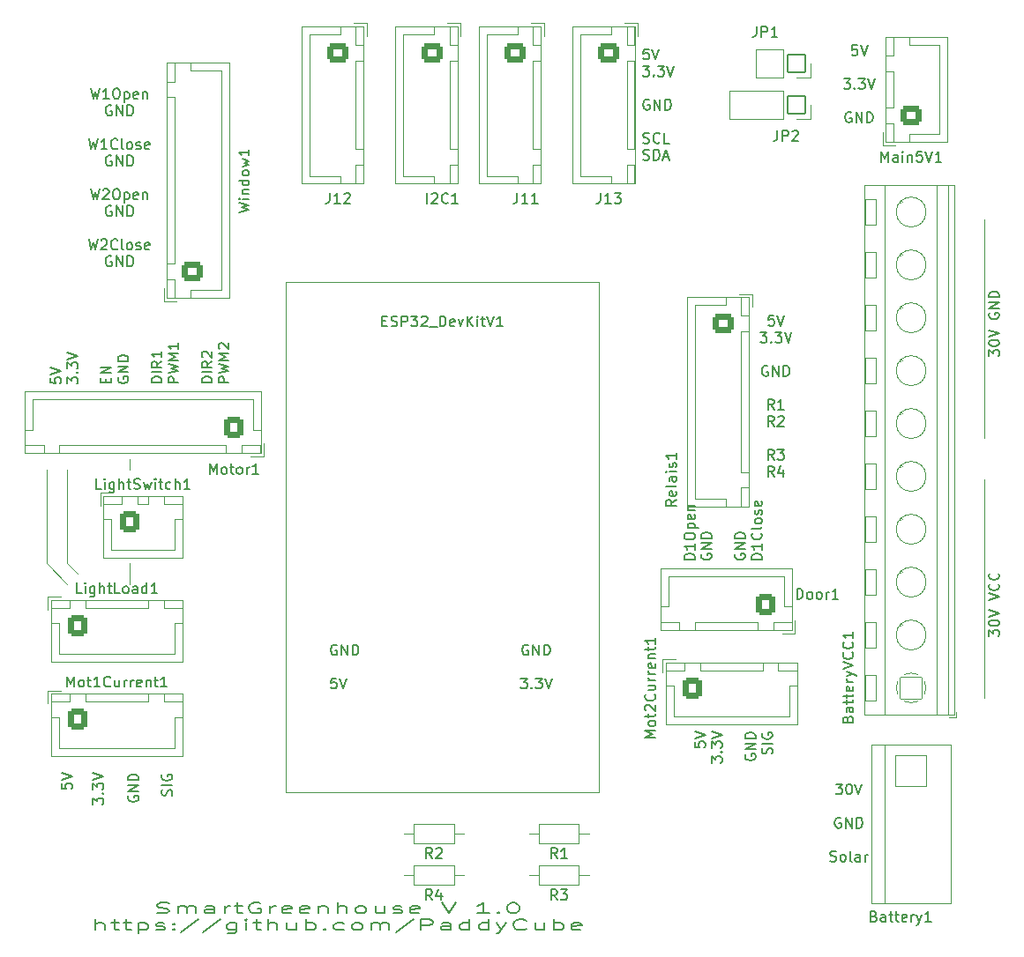
<source format=gto>
G04 #@! TF.GenerationSoftware,KiCad,Pcbnew,(6.0.10)*
G04 #@! TF.CreationDate,2023-01-20T16:50:10+01:00*
G04 #@! TF.ProjectId,greenhouse,67726565-6e68-46f7-9573-652e6b696361,rev?*
G04 #@! TF.SameCoordinates,Original*
G04 #@! TF.FileFunction,Legend,Top*
G04 #@! TF.FilePolarity,Positive*
%FSLAX46Y46*%
G04 Gerber Fmt 4.6, Leading zero omitted, Abs format (unit mm)*
G04 Created by KiCad (PCBNEW (6.0.10)) date 2023-01-20 16:50:10*
%MOMM*%
%LPD*%
G01*
G04 APERTURE LIST*
G04 Aperture macros list*
%AMRoundRect*
0 Rectangle with rounded corners*
0 $1 Rounding radius*
0 $2 $3 $4 $5 $6 $7 $8 $9 X,Y pos of 4 corners*
0 Add a 4 corners polygon primitive as box body*
4,1,4,$2,$3,$4,$5,$6,$7,$8,$9,$2,$3,0*
0 Add four circle primitives for the rounded corners*
1,1,$1+$1,$2,$3*
1,1,$1+$1,$4,$5*
1,1,$1+$1,$6,$7*
1,1,$1+$1,$8,$9*
0 Add four rect primitives between the rounded corners*
20,1,$1+$1,$2,$3,$4,$5,0*
20,1,$1+$1,$4,$5,$6,$7,0*
20,1,$1+$1,$6,$7,$8,$9,0*
20,1,$1+$1,$8,$9,$2,$3,0*%
G04 Aperture macros list end*
%ADD10C,0.120000*%
%ADD11C,0.150000*%
%ADD12C,1.626000*%
%ADD13O,2.052000X1.802000*%
%ADD14RoundRect,0.301000X-0.725000X0.600000X-0.725000X-0.600000X0.725000X-0.600000X0.725000X0.600000X0*%
%ADD15O,1.802000X2.052000*%
%ADD16RoundRect,0.301000X-0.600000X-0.725000X0.600000X-0.725000X0.600000X0.725000X-0.600000X0.725000X0*%
%ADD17RoundRect,0.301000X0.600000X0.725000X-0.600000X0.725000X-0.600000X-0.725000X0.600000X-0.725000X0*%
%ADD18RoundRect,0.301000X0.725000X-0.600000X0.725000X0.600000X-0.725000X0.600000X-0.725000X-0.600000X0*%
%ADD19O,1.502000X1.502000*%
%ADD20C,1.502000*%
%ADD21O,1.802000X1.802000*%
%ADD22RoundRect,0.051000X-0.850000X0.850000X-0.850000X-0.850000X0.850000X-0.850000X0.850000X0.850000X0*%
%ADD23C,2.202000*%
%ADD24RoundRect,0.051000X1.050000X-1.050000X1.050000X1.050000X-1.050000X1.050000X-1.050000X-1.050000X0*%
%ADD25O,1.802000X2.102000*%
%ADD26RoundRect,0.301000X-0.600000X-0.750000X0.600000X-0.750000X0.600000X0.750000X-0.600000X0.750000X0*%
%ADD27C,3.102000*%
%ADD28RoundRect,0.051000X-1.500000X1.500000X-1.500000X-1.500000X1.500000X-1.500000X1.500000X1.500000X0*%
G04 APERTURE END LIST*
D10*
X129000000Y-82000000D02*
X129000000Y-131000000D01*
D11*
X152238095Y-116890000D02*
X152142857Y-116842380D01*
X152000000Y-116842380D01*
X151857142Y-116890000D01*
X151761904Y-116985238D01*
X151714285Y-117080476D01*
X151666666Y-117270952D01*
X151666666Y-117413809D01*
X151714285Y-117604285D01*
X151761904Y-117699523D01*
X151857142Y-117794761D01*
X152000000Y-117842380D01*
X152095238Y-117842380D01*
X152238095Y-117794761D01*
X152285714Y-117747142D01*
X152285714Y-117413809D01*
X152095238Y-117413809D01*
X152714285Y-117842380D02*
X152714285Y-116842380D01*
X153285714Y-117842380D01*
X153285714Y-116842380D01*
X153761904Y-117842380D02*
X153761904Y-116842380D01*
X154000000Y-116842380D01*
X154142857Y-116890000D01*
X154238095Y-116985238D01*
X154285714Y-117080476D01*
X154333333Y-117270952D01*
X154333333Y-117413809D01*
X154285714Y-117604285D01*
X154238095Y-117699523D01*
X154142857Y-117794761D01*
X154000000Y-117842380D01*
X153761904Y-117842380D01*
X151523809Y-120062380D02*
X152142857Y-120062380D01*
X151809523Y-120443333D01*
X151952380Y-120443333D01*
X152047619Y-120490952D01*
X152095238Y-120538571D01*
X152142857Y-120633809D01*
X152142857Y-120871904D01*
X152095238Y-120967142D01*
X152047619Y-121014761D01*
X151952380Y-121062380D01*
X151666666Y-121062380D01*
X151571428Y-121014761D01*
X151523809Y-120967142D01*
X152571428Y-120967142D02*
X152619047Y-121014761D01*
X152571428Y-121062380D01*
X152523809Y-121014761D01*
X152571428Y-120967142D01*
X152571428Y-121062380D01*
X152952380Y-120062380D02*
X153571428Y-120062380D01*
X153238095Y-120443333D01*
X153380952Y-120443333D01*
X153476190Y-120490952D01*
X153523809Y-120538571D01*
X153571428Y-120633809D01*
X153571428Y-120871904D01*
X153523809Y-120967142D01*
X153476190Y-121014761D01*
X153380952Y-121062380D01*
X153095238Y-121062380D01*
X153000000Y-121014761D01*
X152952380Y-120967142D01*
X153857142Y-120062380D02*
X154190476Y-121062380D01*
X154523809Y-120062380D01*
D10*
X159000000Y-82000000D02*
X129000000Y-82000000D01*
X159000000Y-131000000D02*
X159000000Y-82000000D01*
X129000000Y-131000000D02*
X159000000Y-131000000D01*
D11*
X133859404Y-116890000D02*
X133764166Y-116842380D01*
X133621309Y-116842380D01*
X133478452Y-116890000D01*
X133383214Y-116985238D01*
X133335595Y-117080476D01*
X133287976Y-117270952D01*
X133287976Y-117413809D01*
X133335595Y-117604285D01*
X133383214Y-117699523D01*
X133478452Y-117794761D01*
X133621309Y-117842380D01*
X133716547Y-117842380D01*
X133859404Y-117794761D01*
X133907023Y-117747142D01*
X133907023Y-117413809D01*
X133716547Y-117413809D01*
X134335595Y-117842380D02*
X134335595Y-116842380D01*
X134907023Y-117842380D01*
X134907023Y-116842380D01*
X135383214Y-117842380D02*
X135383214Y-116842380D01*
X135621309Y-116842380D01*
X135764166Y-116890000D01*
X135859404Y-116985238D01*
X135907023Y-117080476D01*
X135954642Y-117270952D01*
X135954642Y-117413809D01*
X135907023Y-117604285D01*
X135859404Y-117699523D01*
X135764166Y-117794761D01*
X135621309Y-117842380D01*
X135383214Y-117842380D01*
X133811785Y-120062380D02*
X133335595Y-120062380D01*
X133287976Y-120538571D01*
X133335595Y-120490952D01*
X133430833Y-120443333D01*
X133668928Y-120443333D01*
X133764166Y-120490952D01*
X133811785Y-120538571D01*
X133859404Y-120633809D01*
X133859404Y-120871904D01*
X133811785Y-120967142D01*
X133764166Y-121014761D01*
X133668928Y-121062380D01*
X133430833Y-121062380D01*
X133335595Y-121014761D01*
X133287976Y-120967142D01*
X134145119Y-120062380D02*
X134478452Y-121062380D01*
X134811785Y-120062380D01*
X168232380Y-126192738D02*
X168232380Y-126668928D01*
X168708571Y-126716547D01*
X168660952Y-126668928D01*
X168613333Y-126573690D01*
X168613333Y-126335595D01*
X168660952Y-126240357D01*
X168708571Y-126192738D01*
X168803809Y-126145119D01*
X169041904Y-126145119D01*
X169137142Y-126192738D01*
X169184761Y-126240357D01*
X169232380Y-126335595D01*
X169232380Y-126573690D01*
X169184761Y-126668928D01*
X169137142Y-126716547D01*
X168232380Y-125859404D02*
X169232380Y-125526071D01*
X168232380Y-125192738D01*
X169842380Y-128192738D02*
X169842380Y-127573690D01*
X170223333Y-127907023D01*
X170223333Y-127764166D01*
X170270952Y-127668928D01*
X170318571Y-127621309D01*
X170413809Y-127573690D01*
X170651904Y-127573690D01*
X170747142Y-127621309D01*
X170794761Y-127668928D01*
X170842380Y-127764166D01*
X170842380Y-128049880D01*
X170794761Y-128145119D01*
X170747142Y-128192738D01*
X170747142Y-127145119D02*
X170794761Y-127097500D01*
X170842380Y-127145119D01*
X170794761Y-127192738D01*
X170747142Y-127145119D01*
X170842380Y-127145119D01*
X169842380Y-126764166D02*
X169842380Y-126145119D01*
X170223333Y-126478452D01*
X170223333Y-126335595D01*
X170270952Y-126240357D01*
X170318571Y-126192738D01*
X170413809Y-126145119D01*
X170651904Y-126145119D01*
X170747142Y-126192738D01*
X170794761Y-126240357D01*
X170842380Y-126335595D01*
X170842380Y-126621309D01*
X170794761Y-126716547D01*
X170747142Y-126764166D01*
X169842380Y-125859404D02*
X170842380Y-125526071D01*
X169842380Y-125192738D01*
X173110000Y-127383214D02*
X173062380Y-127478452D01*
X173062380Y-127621309D01*
X173110000Y-127764166D01*
X173205238Y-127859404D01*
X173300476Y-127907023D01*
X173490952Y-127954642D01*
X173633809Y-127954642D01*
X173824285Y-127907023D01*
X173919523Y-127859404D01*
X174014761Y-127764166D01*
X174062380Y-127621309D01*
X174062380Y-127526071D01*
X174014761Y-127383214D01*
X173967142Y-127335595D01*
X173633809Y-127335595D01*
X173633809Y-127526071D01*
X174062380Y-126907023D02*
X173062380Y-126907023D01*
X174062380Y-126335595D01*
X173062380Y-126335595D01*
X174062380Y-125859404D02*
X173062380Y-125859404D01*
X173062380Y-125621309D01*
X173110000Y-125478452D01*
X173205238Y-125383214D01*
X173300476Y-125335595D01*
X173490952Y-125287976D01*
X173633809Y-125287976D01*
X173824285Y-125335595D01*
X173919523Y-125383214D01*
X174014761Y-125478452D01*
X174062380Y-125621309D01*
X174062380Y-125859404D01*
X175624761Y-127335595D02*
X175672380Y-127192738D01*
X175672380Y-126954642D01*
X175624761Y-126859404D01*
X175577142Y-126811785D01*
X175481904Y-126764166D01*
X175386666Y-126764166D01*
X175291428Y-126811785D01*
X175243809Y-126859404D01*
X175196190Y-126954642D01*
X175148571Y-127145119D01*
X175100952Y-127240357D01*
X175053333Y-127287976D01*
X174958095Y-127335595D01*
X174862857Y-127335595D01*
X174767619Y-127287976D01*
X174720000Y-127240357D01*
X174672380Y-127145119D01*
X174672380Y-126907023D01*
X174720000Y-126764166D01*
X175672380Y-126335595D02*
X174672380Y-126335595D01*
X174720000Y-125335595D02*
X174672380Y-125430833D01*
X174672380Y-125573690D01*
X174720000Y-125716547D01*
X174815238Y-125811785D01*
X174910476Y-125859404D01*
X175100952Y-125907023D01*
X175243809Y-125907023D01*
X175434285Y-125859404D01*
X175529523Y-125811785D01*
X175624761Y-125716547D01*
X175672380Y-125573690D01*
X175672380Y-125478452D01*
X175624761Y-125335595D01*
X175577142Y-125287976D01*
X175243809Y-125287976D01*
X175243809Y-125478452D01*
X168232380Y-108664404D02*
X167232380Y-108664404D01*
X167232380Y-108426309D01*
X167280000Y-108283452D01*
X167375238Y-108188214D01*
X167470476Y-108140595D01*
X167660952Y-108092976D01*
X167803809Y-108092976D01*
X167994285Y-108140595D01*
X168089523Y-108188214D01*
X168184761Y-108283452D01*
X168232380Y-108426309D01*
X168232380Y-108664404D01*
X168232380Y-107140595D02*
X168232380Y-107712023D01*
X168232380Y-107426309D02*
X167232380Y-107426309D01*
X167375238Y-107521547D01*
X167470476Y-107616785D01*
X167518095Y-107712023D01*
X167232380Y-106521547D02*
X167232380Y-106331071D01*
X167280000Y-106235833D01*
X167375238Y-106140595D01*
X167565714Y-106092976D01*
X167899047Y-106092976D01*
X168089523Y-106140595D01*
X168184761Y-106235833D01*
X168232380Y-106331071D01*
X168232380Y-106521547D01*
X168184761Y-106616785D01*
X168089523Y-106712023D01*
X167899047Y-106759642D01*
X167565714Y-106759642D01*
X167375238Y-106712023D01*
X167280000Y-106616785D01*
X167232380Y-106521547D01*
X167565714Y-105664404D02*
X168565714Y-105664404D01*
X167613333Y-105664404D02*
X167565714Y-105569166D01*
X167565714Y-105378690D01*
X167613333Y-105283452D01*
X167660952Y-105235833D01*
X167756190Y-105188214D01*
X168041904Y-105188214D01*
X168137142Y-105235833D01*
X168184761Y-105283452D01*
X168232380Y-105378690D01*
X168232380Y-105569166D01*
X168184761Y-105664404D01*
X168184761Y-104378690D02*
X168232380Y-104473928D01*
X168232380Y-104664404D01*
X168184761Y-104759642D01*
X168089523Y-104807261D01*
X167708571Y-104807261D01*
X167613333Y-104759642D01*
X167565714Y-104664404D01*
X167565714Y-104473928D01*
X167613333Y-104378690D01*
X167708571Y-104331071D01*
X167803809Y-104331071D01*
X167899047Y-104807261D01*
X167565714Y-103902500D02*
X168232380Y-103902500D01*
X167660952Y-103902500D02*
X167613333Y-103854880D01*
X167565714Y-103759642D01*
X167565714Y-103616785D01*
X167613333Y-103521547D01*
X167708571Y-103473928D01*
X168232380Y-103473928D01*
X168890000Y-108140595D02*
X168842380Y-108235833D01*
X168842380Y-108378690D01*
X168890000Y-108521547D01*
X168985238Y-108616785D01*
X169080476Y-108664404D01*
X169270952Y-108712023D01*
X169413809Y-108712023D01*
X169604285Y-108664404D01*
X169699523Y-108616785D01*
X169794761Y-108521547D01*
X169842380Y-108378690D01*
X169842380Y-108283452D01*
X169794761Y-108140595D01*
X169747142Y-108092976D01*
X169413809Y-108092976D01*
X169413809Y-108283452D01*
X169842380Y-107664404D02*
X168842380Y-107664404D01*
X169842380Y-107092976D01*
X168842380Y-107092976D01*
X169842380Y-106616785D02*
X168842380Y-106616785D01*
X168842380Y-106378690D01*
X168890000Y-106235833D01*
X168985238Y-106140595D01*
X169080476Y-106092976D01*
X169270952Y-106045357D01*
X169413809Y-106045357D01*
X169604285Y-106092976D01*
X169699523Y-106140595D01*
X169794761Y-106235833D01*
X169842380Y-106378690D01*
X169842380Y-106616785D01*
X172110000Y-108140595D02*
X172062380Y-108235833D01*
X172062380Y-108378690D01*
X172110000Y-108521547D01*
X172205238Y-108616785D01*
X172300476Y-108664404D01*
X172490952Y-108712023D01*
X172633809Y-108712023D01*
X172824285Y-108664404D01*
X172919523Y-108616785D01*
X173014761Y-108521547D01*
X173062380Y-108378690D01*
X173062380Y-108283452D01*
X173014761Y-108140595D01*
X172967142Y-108092976D01*
X172633809Y-108092976D01*
X172633809Y-108283452D01*
X173062380Y-107664404D02*
X172062380Y-107664404D01*
X173062380Y-107092976D01*
X172062380Y-107092976D01*
X173062380Y-106616785D02*
X172062380Y-106616785D01*
X172062380Y-106378690D01*
X172110000Y-106235833D01*
X172205238Y-106140595D01*
X172300476Y-106092976D01*
X172490952Y-106045357D01*
X172633809Y-106045357D01*
X172824285Y-106092976D01*
X172919523Y-106140595D01*
X173014761Y-106235833D01*
X173062380Y-106378690D01*
X173062380Y-106616785D01*
X174672380Y-108664404D02*
X173672380Y-108664404D01*
X173672380Y-108426309D01*
X173720000Y-108283452D01*
X173815238Y-108188214D01*
X173910476Y-108140595D01*
X174100952Y-108092976D01*
X174243809Y-108092976D01*
X174434285Y-108140595D01*
X174529523Y-108188214D01*
X174624761Y-108283452D01*
X174672380Y-108426309D01*
X174672380Y-108664404D01*
X174672380Y-107140595D02*
X174672380Y-107712023D01*
X174672380Y-107426309D02*
X173672380Y-107426309D01*
X173815238Y-107521547D01*
X173910476Y-107616785D01*
X173958095Y-107712023D01*
X174577142Y-106140595D02*
X174624761Y-106188214D01*
X174672380Y-106331071D01*
X174672380Y-106426309D01*
X174624761Y-106569166D01*
X174529523Y-106664404D01*
X174434285Y-106712023D01*
X174243809Y-106759642D01*
X174100952Y-106759642D01*
X173910476Y-106712023D01*
X173815238Y-106664404D01*
X173720000Y-106569166D01*
X173672380Y-106426309D01*
X173672380Y-106331071D01*
X173720000Y-106188214D01*
X173767619Y-106140595D01*
X174672380Y-105569166D02*
X174624761Y-105664404D01*
X174529523Y-105712023D01*
X173672380Y-105712023D01*
X174672380Y-105045357D02*
X174624761Y-105140595D01*
X174577142Y-105188214D01*
X174481904Y-105235833D01*
X174196190Y-105235833D01*
X174100952Y-105188214D01*
X174053333Y-105140595D01*
X174005714Y-105045357D01*
X174005714Y-104902500D01*
X174053333Y-104807261D01*
X174100952Y-104759642D01*
X174196190Y-104712023D01*
X174481904Y-104712023D01*
X174577142Y-104759642D01*
X174624761Y-104807261D01*
X174672380Y-104902500D01*
X174672380Y-105045357D01*
X174624761Y-104331071D02*
X174672380Y-104235833D01*
X174672380Y-104045357D01*
X174624761Y-103950119D01*
X174529523Y-103902500D01*
X174481904Y-103902500D01*
X174386666Y-103950119D01*
X174339047Y-104045357D01*
X174339047Y-104188214D01*
X174291428Y-104283452D01*
X174196190Y-104331071D01*
X174148571Y-104331071D01*
X174053333Y-104283452D01*
X174005714Y-104188214D01*
X174005714Y-104045357D01*
X174053333Y-103950119D01*
X174624761Y-103092976D02*
X174672380Y-103188214D01*
X174672380Y-103378690D01*
X174624761Y-103473928D01*
X174529523Y-103521547D01*
X174148571Y-103521547D01*
X174053333Y-103473928D01*
X174005714Y-103378690D01*
X174005714Y-103188214D01*
X174053333Y-103092976D01*
X174148571Y-103045357D01*
X174243809Y-103045357D01*
X174339047Y-103521547D01*
X175809523Y-85207380D02*
X175333333Y-85207380D01*
X175285714Y-85683571D01*
X175333333Y-85635952D01*
X175428571Y-85588333D01*
X175666666Y-85588333D01*
X175761904Y-85635952D01*
X175809523Y-85683571D01*
X175857142Y-85778809D01*
X175857142Y-86016904D01*
X175809523Y-86112142D01*
X175761904Y-86159761D01*
X175666666Y-86207380D01*
X175428571Y-86207380D01*
X175333333Y-86159761D01*
X175285714Y-86112142D01*
X176142857Y-85207380D02*
X176476190Y-86207380D01*
X176809523Y-85207380D01*
X174523809Y-86817380D02*
X175142857Y-86817380D01*
X174809523Y-87198333D01*
X174952380Y-87198333D01*
X175047619Y-87245952D01*
X175095238Y-87293571D01*
X175142857Y-87388809D01*
X175142857Y-87626904D01*
X175095238Y-87722142D01*
X175047619Y-87769761D01*
X174952380Y-87817380D01*
X174666666Y-87817380D01*
X174571428Y-87769761D01*
X174523809Y-87722142D01*
X175571428Y-87722142D02*
X175619047Y-87769761D01*
X175571428Y-87817380D01*
X175523809Y-87769761D01*
X175571428Y-87722142D01*
X175571428Y-87817380D01*
X175952380Y-86817380D02*
X176571428Y-86817380D01*
X176238095Y-87198333D01*
X176380952Y-87198333D01*
X176476190Y-87245952D01*
X176523809Y-87293571D01*
X176571428Y-87388809D01*
X176571428Y-87626904D01*
X176523809Y-87722142D01*
X176476190Y-87769761D01*
X176380952Y-87817380D01*
X176095238Y-87817380D01*
X176000000Y-87769761D01*
X175952380Y-87722142D01*
X176857142Y-86817380D02*
X177190476Y-87817380D01*
X177523809Y-86817380D01*
X175238095Y-90085000D02*
X175142857Y-90037380D01*
X175000000Y-90037380D01*
X174857142Y-90085000D01*
X174761904Y-90180238D01*
X174714285Y-90275476D01*
X174666666Y-90465952D01*
X174666666Y-90608809D01*
X174714285Y-90799285D01*
X174761904Y-90894523D01*
X174857142Y-90989761D01*
X175000000Y-91037380D01*
X175095238Y-91037380D01*
X175238095Y-90989761D01*
X175285714Y-90942142D01*
X175285714Y-90608809D01*
X175095238Y-90608809D01*
X175714285Y-91037380D02*
X175714285Y-90037380D01*
X176285714Y-91037380D01*
X176285714Y-90037380D01*
X176761904Y-91037380D02*
X176761904Y-90037380D01*
X177000000Y-90037380D01*
X177142857Y-90085000D01*
X177238095Y-90180238D01*
X177285714Y-90275476D01*
X177333333Y-90465952D01*
X177333333Y-90608809D01*
X177285714Y-90799285D01*
X177238095Y-90894523D01*
X177142857Y-90989761D01*
X177000000Y-91037380D01*
X176761904Y-91037380D01*
X175833333Y-94257380D02*
X175500000Y-93781190D01*
X175261904Y-94257380D02*
X175261904Y-93257380D01*
X175642857Y-93257380D01*
X175738095Y-93305000D01*
X175785714Y-93352619D01*
X175833333Y-93447857D01*
X175833333Y-93590714D01*
X175785714Y-93685952D01*
X175738095Y-93733571D01*
X175642857Y-93781190D01*
X175261904Y-93781190D01*
X176785714Y-94257380D02*
X176214285Y-94257380D01*
X176500000Y-94257380D02*
X176500000Y-93257380D01*
X176404761Y-93400238D01*
X176309523Y-93495476D01*
X176214285Y-93543095D01*
X175833333Y-95867380D02*
X175500000Y-95391190D01*
X175261904Y-95867380D02*
X175261904Y-94867380D01*
X175642857Y-94867380D01*
X175738095Y-94915000D01*
X175785714Y-94962619D01*
X175833333Y-95057857D01*
X175833333Y-95200714D01*
X175785714Y-95295952D01*
X175738095Y-95343571D01*
X175642857Y-95391190D01*
X175261904Y-95391190D01*
X176214285Y-94962619D02*
X176261904Y-94915000D01*
X176357142Y-94867380D01*
X176595238Y-94867380D01*
X176690476Y-94915000D01*
X176738095Y-94962619D01*
X176785714Y-95057857D01*
X176785714Y-95153095D01*
X176738095Y-95295952D01*
X176166666Y-95867380D01*
X176785714Y-95867380D01*
X175833333Y-99087380D02*
X175500000Y-98611190D01*
X175261904Y-99087380D02*
X175261904Y-98087380D01*
X175642857Y-98087380D01*
X175738095Y-98135000D01*
X175785714Y-98182619D01*
X175833333Y-98277857D01*
X175833333Y-98420714D01*
X175785714Y-98515952D01*
X175738095Y-98563571D01*
X175642857Y-98611190D01*
X175261904Y-98611190D01*
X176166666Y-98087380D02*
X176785714Y-98087380D01*
X176452380Y-98468333D01*
X176595238Y-98468333D01*
X176690476Y-98515952D01*
X176738095Y-98563571D01*
X176785714Y-98658809D01*
X176785714Y-98896904D01*
X176738095Y-98992142D01*
X176690476Y-99039761D01*
X176595238Y-99087380D01*
X176309523Y-99087380D01*
X176214285Y-99039761D01*
X176166666Y-98992142D01*
X175833333Y-100697380D02*
X175500000Y-100221190D01*
X175261904Y-100697380D02*
X175261904Y-99697380D01*
X175642857Y-99697380D01*
X175738095Y-99745000D01*
X175785714Y-99792619D01*
X175833333Y-99887857D01*
X175833333Y-100030714D01*
X175785714Y-100125952D01*
X175738095Y-100173571D01*
X175642857Y-100221190D01*
X175261904Y-100221190D01*
X176690476Y-100030714D02*
X176690476Y-100697380D01*
X176452380Y-99649761D02*
X176214285Y-100364047D01*
X176833333Y-100364047D01*
X110238095Y-63402380D02*
X110476190Y-64402380D01*
X110666666Y-63688095D01*
X110857142Y-64402380D01*
X111095238Y-63402380D01*
X112000000Y-64402380D02*
X111428571Y-64402380D01*
X111714285Y-64402380D02*
X111714285Y-63402380D01*
X111619047Y-63545238D01*
X111523809Y-63640476D01*
X111428571Y-63688095D01*
X112619047Y-63402380D02*
X112809523Y-63402380D01*
X112904761Y-63450000D01*
X113000000Y-63545238D01*
X113047619Y-63735714D01*
X113047619Y-64069047D01*
X113000000Y-64259523D01*
X112904761Y-64354761D01*
X112809523Y-64402380D01*
X112619047Y-64402380D01*
X112523809Y-64354761D01*
X112428571Y-64259523D01*
X112380952Y-64069047D01*
X112380952Y-63735714D01*
X112428571Y-63545238D01*
X112523809Y-63450000D01*
X112619047Y-63402380D01*
X113476190Y-63735714D02*
X113476190Y-64735714D01*
X113476190Y-63783333D02*
X113571428Y-63735714D01*
X113761904Y-63735714D01*
X113857142Y-63783333D01*
X113904761Y-63830952D01*
X113952380Y-63926190D01*
X113952380Y-64211904D01*
X113904761Y-64307142D01*
X113857142Y-64354761D01*
X113761904Y-64402380D01*
X113571428Y-64402380D01*
X113476190Y-64354761D01*
X114761904Y-64354761D02*
X114666666Y-64402380D01*
X114476190Y-64402380D01*
X114380952Y-64354761D01*
X114333333Y-64259523D01*
X114333333Y-63878571D01*
X114380952Y-63783333D01*
X114476190Y-63735714D01*
X114666666Y-63735714D01*
X114761904Y-63783333D01*
X114809523Y-63878571D01*
X114809523Y-63973809D01*
X114333333Y-64069047D01*
X115238095Y-63735714D02*
X115238095Y-64402380D01*
X115238095Y-63830952D02*
X115285714Y-63783333D01*
X115380952Y-63735714D01*
X115523809Y-63735714D01*
X115619047Y-63783333D01*
X115666666Y-63878571D01*
X115666666Y-64402380D01*
X112238095Y-65060000D02*
X112142857Y-65012380D01*
X112000000Y-65012380D01*
X111857142Y-65060000D01*
X111761904Y-65155238D01*
X111714285Y-65250476D01*
X111666666Y-65440952D01*
X111666666Y-65583809D01*
X111714285Y-65774285D01*
X111761904Y-65869523D01*
X111857142Y-65964761D01*
X112000000Y-66012380D01*
X112095238Y-66012380D01*
X112238095Y-65964761D01*
X112285714Y-65917142D01*
X112285714Y-65583809D01*
X112095238Y-65583809D01*
X112714285Y-66012380D02*
X112714285Y-65012380D01*
X113285714Y-66012380D01*
X113285714Y-65012380D01*
X113761904Y-66012380D02*
X113761904Y-65012380D01*
X114000000Y-65012380D01*
X114142857Y-65060000D01*
X114238095Y-65155238D01*
X114285714Y-65250476D01*
X114333333Y-65440952D01*
X114333333Y-65583809D01*
X114285714Y-65774285D01*
X114238095Y-65869523D01*
X114142857Y-65964761D01*
X114000000Y-66012380D01*
X113761904Y-66012380D01*
X110047619Y-68232380D02*
X110285714Y-69232380D01*
X110476190Y-68518095D01*
X110666666Y-69232380D01*
X110904761Y-68232380D01*
X111809523Y-69232380D02*
X111238095Y-69232380D01*
X111523809Y-69232380D02*
X111523809Y-68232380D01*
X111428571Y-68375238D01*
X111333333Y-68470476D01*
X111238095Y-68518095D01*
X112809523Y-69137142D02*
X112761904Y-69184761D01*
X112619047Y-69232380D01*
X112523809Y-69232380D01*
X112380952Y-69184761D01*
X112285714Y-69089523D01*
X112238095Y-68994285D01*
X112190476Y-68803809D01*
X112190476Y-68660952D01*
X112238095Y-68470476D01*
X112285714Y-68375238D01*
X112380952Y-68280000D01*
X112523809Y-68232380D01*
X112619047Y-68232380D01*
X112761904Y-68280000D01*
X112809523Y-68327619D01*
X113380952Y-69232380D02*
X113285714Y-69184761D01*
X113238095Y-69089523D01*
X113238095Y-68232380D01*
X113904761Y-69232380D02*
X113809523Y-69184761D01*
X113761904Y-69137142D01*
X113714285Y-69041904D01*
X113714285Y-68756190D01*
X113761904Y-68660952D01*
X113809523Y-68613333D01*
X113904761Y-68565714D01*
X114047619Y-68565714D01*
X114142857Y-68613333D01*
X114190476Y-68660952D01*
X114238095Y-68756190D01*
X114238095Y-69041904D01*
X114190476Y-69137142D01*
X114142857Y-69184761D01*
X114047619Y-69232380D01*
X113904761Y-69232380D01*
X114619047Y-69184761D02*
X114714285Y-69232380D01*
X114904761Y-69232380D01*
X115000000Y-69184761D01*
X115047619Y-69089523D01*
X115047619Y-69041904D01*
X115000000Y-68946666D01*
X114904761Y-68899047D01*
X114761904Y-68899047D01*
X114666666Y-68851428D01*
X114619047Y-68756190D01*
X114619047Y-68708571D01*
X114666666Y-68613333D01*
X114761904Y-68565714D01*
X114904761Y-68565714D01*
X115000000Y-68613333D01*
X115857142Y-69184761D02*
X115761904Y-69232380D01*
X115571428Y-69232380D01*
X115476190Y-69184761D01*
X115428571Y-69089523D01*
X115428571Y-68708571D01*
X115476190Y-68613333D01*
X115571428Y-68565714D01*
X115761904Y-68565714D01*
X115857142Y-68613333D01*
X115904761Y-68708571D01*
X115904761Y-68803809D01*
X115428571Y-68899047D01*
X112238095Y-69890000D02*
X112142857Y-69842380D01*
X112000000Y-69842380D01*
X111857142Y-69890000D01*
X111761904Y-69985238D01*
X111714285Y-70080476D01*
X111666666Y-70270952D01*
X111666666Y-70413809D01*
X111714285Y-70604285D01*
X111761904Y-70699523D01*
X111857142Y-70794761D01*
X112000000Y-70842380D01*
X112095238Y-70842380D01*
X112238095Y-70794761D01*
X112285714Y-70747142D01*
X112285714Y-70413809D01*
X112095238Y-70413809D01*
X112714285Y-70842380D02*
X112714285Y-69842380D01*
X113285714Y-70842380D01*
X113285714Y-69842380D01*
X113761904Y-70842380D02*
X113761904Y-69842380D01*
X114000000Y-69842380D01*
X114142857Y-69890000D01*
X114238095Y-69985238D01*
X114285714Y-70080476D01*
X114333333Y-70270952D01*
X114333333Y-70413809D01*
X114285714Y-70604285D01*
X114238095Y-70699523D01*
X114142857Y-70794761D01*
X114000000Y-70842380D01*
X113761904Y-70842380D01*
X110238095Y-73062380D02*
X110476190Y-74062380D01*
X110666666Y-73348095D01*
X110857142Y-74062380D01*
X111095238Y-73062380D01*
X111428571Y-73157619D02*
X111476190Y-73110000D01*
X111571428Y-73062380D01*
X111809523Y-73062380D01*
X111904761Y-73110000D01*
X111952380Y-73157619D01*
X112000000Y-73252857D01*
X112000000Y-73348095D01*
X111952380Y-73490952D01*
X111380952Y-74062380D01*
X112000000Y-74062380D01*
X112619047Y-73062380D02*
X112809523Y-73062380D01*
X112904761Y-73110000D01*
X113000000Y-73205238D01*
X113047619Y-73395714D01*
X113047619Y-73729047D01*
X113000000Y-73919523D01*
X112904761Y-74014761D01*
X112809523Y-74062380D01*
X112619047Y-74062380D01*
X112523809Y-74014761D01*
X112428571Y-73919523D01*
X112380952Y-73729047D01*
X112380952Y-73395714D01*
X112428571Y-73205238D01*
X112523809Y-73110000D01*
X112619047Y-73062380D01*
X113476190Y-73395714D02*
X113476190Y-74395714D01*
X113476190Y-73443333D02*
X113571428Y-73395714D01*
X113761904Y-73395714D01*
X113857142Y-73443333D01*
X113904761Y-73490952D01*
X113952380Y-73586190D01*
X113952380Y-73871904D01*
X113904761Y-73967142D01*
X113857142Y-74014761D01*
X113761904Y-74062380D01*
X113571428Y-74062380D01*
X113476190Y-74014761D01*
X114761904Y-74014761D02*
X114666666Y-74062380D01*
X114476190Y-74062380D01*
X114380952Y-74014761D01*
X114333333Y-73919523D01*
X114333333Y-73538571D01*
X114380952Y-73443333D01*
X114476190Y-73395714D01*
X114666666Y-73395714D01*
X114761904Y-73443333D01*
X114809523Y-73538571D01*
X114809523Y-73633809D01*
X114333333Y-73729047D01*
X115238095Y-73395714D02*
X115238095Y-74062380D01*
X115238095Y-73490952D02*
X115285714Y-73443333D01*
X115380952Y-73395714D01*
X115523809Y-73395714D01*
X115619047Y-73443333D01*
X115666666Y-73538571D01*
X115666666Y-74062380D01*
X112238095Y-74720000D02*
X112142857Y-74672380D01*
X112000000Y-74672380D01*
X111857142Y-74720000D01*
X111761904Y-74815238D01*
X111714285Y-74910476D01*
X111666666Y-75100952D01*
X111666666Y-75243809D01*
X111714285Y-75434285D01*
X111761904Y-75529523D01*
X111857142Y-75624761D01*
X112000000Y-75672380D01*
X112095238Y-75672380D01*
X112238095Y-75624761D01*
X112285714Y-75577142D01*
X112285714Y-75243809D01*
X112095238Y-75243809D01*
X112714285Y-75672380D02*
X112714285Y-74672380D01*
X113285714Y-75672380D01*
X113285714Y-74672380D01*
X113761904Y-75672380D02*
X113761904Y-74672380D01*
X114000000Y-74672380D01*
X114142857Y-74720000D01*
X114238095Y-74815238D01*
X114285714Y-74910476D01*
X114333333Y-75100952D01*
X114333333Y-75243809D01*
X114285714Y-75434285D01*
X114238095Y-75529523D01*
X114142857Y-75624761D01*
X114000000Y-75672380D01*
X113761904Y-75672380D01*
X110047619Y-77892380D02*
X110285714Y-78892380D01*
X110476190Y-78178095D01*
X110666666Y-78892380D01*
X110904761Y-77892380D01*
X111238095Y-77987619D02*
X111285714Y-77940000D01*
X111380952Y-77892380D01*
X111619047Y-77892380D01*
X111714285Y-77940000D01*
X111761904Y-77987619D01*
X111809523Y-78082857D01*
X111809523Y-78178095D01*
X111761904Y-78320952D01*
X111190476Y-78892380D01*
X111809523Y-78892380D01*
X112809523Y-78797142D02*
X112761904Y-78844761D01*
X112619047Y-78892380D01*
X112523809Y-78892380D01*
X112380952Y-78844761D01*
X112285714Y-78749523D01*
X112238095Y-78654285D01*
X112190476Y-78463809D01*
X112190476Y-78320952D01*
X112238095Y-78130476D01*
X112285714Y-78035238D01*
X112380952Y-77940000D01*
X112523809Y-77892380D01*
X112619047Y-77892380D01*
X112761904Y-77940000D01*
X112809523Y-77987619D01*
X113380952Y-78892380D02*
X113285714Y-78844761D01*
X113238095Y-78749523D01*
X113238095Y-77892380D01*
X113904761Y-78892380D02*
X113809523Y-78844761D01*
X113761904Y-78797142D01*
X113714285Y-78701904D01*
X113714285Y-78416190D01*
X113761904Y-78320952D01*
X113809523Y-78273333D01*
X113904761Y-78225714D01*
X114047619Y-78225714D01*
X114142857Y-78273333D01*
X114190476Y-78320952D01*
X114238095Y-78416190D01*
X114238095Y-78701904D01*
X114190476Y-78797142D01*
X114142857Y-78844761D01*
X114047619Y-78892380D01*
X113904761Y-78892380D01*
X114619047Y-78844761D02*
X114714285Y-78892380D01*
X114904761Y-78892380D01*
X115000000Y-78844761D01*
X115047619Y-78749523D01*
X115047619Y-78701904D01*
X115000000Y-78606666D01*
X114904761Y-78559047D01*
X114761904Y-78559047D01*
X114666666Y-78511428D01*
X114619047Y-78416190D01*
X114619047Y-78368571D01*
X114666666Y-78273333D01*
X114761904Y-78225714D01*
X114904761Y-78225714D01*
X115000000Y-78273333D01*
X115857142Y-78844761D02*
X115761904Y-78892380D01*
X115571428Y-78892380D01*
X115476190Y-78844761D01*
X115428571Y-78749523D01*
X115428571Y-78368571D01*
X115476190Y-78273333D01*
X115571428Y-78225714D01*
X115761904Y-78225714D01*
X115857142Y-78273333D01*
X115904761Y-78368571D01*
X115904761Y-78463809D01*
X115428571Y-78559047D01*
X112238095Y-79550000D02*
X112142857Y-79502380D01*
X112000000Y-79502380D01*
X111857142Y-79550000D01*
X111761904Y-79645238D01*
X111714285Y-79740476D01*
X111666666Y-79930952D01*
X111666666Y-80073809D01*
X111714285Y-80264285D01*
X111761904Y-80359523D01*
X111857142Y-80454761D01*
X112000000Y-80502380D01*
X112095238Y-80502380D01*
X112238095Y-80454761D01*
X112285714Y-80407142D01*
X112285714Y-80073809D01*
X112095238Y-80073809D01*
X112714285Y-80502380D02*
X112714285Y-79502380D01*
X113285714Y-80502380D01*
X113285714Y-79502380D01*
X113761904Y-80502380D02*
X113761904Y-79502380D01*
X114000000Y-79502380D01*
X114142857Y-79550000D01*
X114238095Y-79645238D01*
X114285714Y-79740476D01*
X114333333Y-79930952D01*
X114333333Y-80073809D01*
X114285714Y-80264285D01*
X114238095Y-80359523D01*
X114142857Y-80454761D01*
X114000000Y-80502380D01*
X113761904Y-80502380D01*
X181761904Y-130232380D02*
X182380952Y-130232380D01*
X182047619Y-130613333D01*
X182190476Y-130613333D01*
X182285714Y-130660952D01*
X182333333Y-130708571D01*
X182380952Y-130803809D01*
X182380952Y-131041904D01*
X182333333Y-131137142D01*
X182285714Y-131184761D01*
X182190476Y-131232380D01*
X181904761Y-131232380D01*
X181809523Y-131184761D01*
X181761904Y-131137142D01*
X183000000Y-130232380D02*
X183095238Y-130232380D01*
X183190476Y-130280000D01*
X183238095Y-130327619D01*
X183285714Y-130422857D01*
X183333333Y-130613333D01*
X183333333Y-130851428D01*
X183285714Y-131041904D01*
X183238095Y-131137142D01*
X183190476Y-131184761D01*
X183095238Y-131232380D01*
X183000000Y-131232380D01*
X182904761Y-131184761D01*
X182857142Y-131137142D01*
X182809523Y-131041904D01*
X182761904Y-130851428D01*
X182761904Y-130613333D01*
X182809523Y-130422857D01*
X182857142Y-130327619D01*
X182904761Y-130280000D01*
X183000000Y-130232380D01*
X183619047Y-130232380D02*
X183952380Y-131232380D01*
X184285714Y-130232380D01*
X182238095Y-133500000D02*
X182142857Y-133452380D01*
X182000000Y-133452380D01*
X181857142Y-133500000D01*
X181761904Y-133595238D01*
X181714285Y-133690476D01*
X181666666Y-133880952D01*
X181666666Y-134023809D01*
X181714285Y-134214285D01*
X181761904Y-134309523D01*
X181857142Y-134404761D01*
X182000000Y-134452380D01*
X182095238Y-134452380D01*
X182238095Y-134404761D01*
X182285714Y-134357142D01*
X182285714Y-134023809D01*
X182095238Y-134023809D01*
X182714285Y-134452380D02*
X182714285Y-133452380D01*
X183285714Y-134452380D01*
X183285714Y-133452380D01*
X183761904Y-134452380D02*
X183761904Y-133452380D01*
X184000000Y-133452380D01*
X184142857Y-133500000D01*
X184238095Y-133595238D01*
X184285714Y-133690476D01*
X184333333Y-133880952D01*
X184333333Y-134023809D01*
X184285714Y-134214285D01*
X184238095Y-134309523D01*
X184142857Y-134404761D01*
X184000000Y-134452380D01*
X183761904Y-134452380D01*
X181238095Y-137624761D02*
X181380952Y-137672380D01*
X181619047Y-137672380D01*
X181714285Y-137624761D01*
X181761904Y-137577142D01*
X181809523Y-137481904D01*
X181809523Y-137386666D01*
X181761904Y-137291428D01*
X181714285Y-137243809D01*
X181619047Y-137196190D01*
X181428571Y-137148571D01*
X181333333Y-137100952D01*
X181285714Y-137053333D01*
X181238095Y-136958095D01*
X181238095Y-136862857D01*
X181285714Y-136767619D01*
X181333333Y-136720000D01*
X181428571Y-136672380D01*
X181666666Y-136672380D01*
X181809523Y-136720000D01*
X182380952Y-137672380D02*
X182285714Y-137624761D01*
X182238095Y-137577142D01*
X182190476Y-137481904D01*
X182190476Y-137196190D01*
X182238095Y-137100952D01*
X182285714Y-137053333D01*
X182380952Y-137005714D01*
X182523809Y-137005714D01*
X182619047Y-137053333D01*
X182666666Y-137100952D01*
X182714285Y-137196190D01*
X182714285Y-137481904D01*
X182666666Y-137577142D01*
X182619047Y-137624761D01*
X182523809Y-137672380D01*
X182380952Y-137672380D01*
X183285714Y-137672380D02*
X183190476Y-137624761D01*
X183142857Y-137529523D01*
X183142857Y-136672380D01*
X184095238Y-137672380D02*
X184095238Y-137148571D01*
X184047619Y-137053333D01*
X183952380Y-137005714D01*
X183761904Y-137005714D01*
X183666666Y-137053333D01*
X184095238Y-137624761D02*
X184000000Y-137672380D01*
X183761904Y-137672380D01*
X183666666Y-137624761D01*
X183619047Y-137529523D01*
X183619047Y-137434285D01*
X183666666Y-137339047D01*
X183761904Y-137291428D01*
X184000000Y-137291428D01*
X184095238Y-137243809D01*
X184571428Y-137672380D02*
X184571428Y-137005714D01*
X184571428Y-137196190D02*
X184619047Y-137100952D01*
X184666666Y-137053333D01*
X184761904Y-137005714D01*
X184857142Y-137005714D01*
D10*
X196000000Y-101000000D02*
X196000000Y-122000000D01*
X196000000Y-93000000D02*
X196000000Y-97000000D01*
X196000000Y-76000000D02*
X196000000Y-93000000D01*
D11*
X196452380Y-116047619D02*
X196452380Y-115428571D01*
X196833333Y-115761904D01*
X196833333Y-115619047D01*
X196880952Y-115523809D01*
X196928571Y-115476190D01*
X197023809Y-115428571D01*
X197261904Y-115428571D01*
X197357142Y-115476190D01*
X197404761Y-115523809D01*
X197452380Y-115619047D01*
X197452380Y-115904761D01*
X197404761Y-116000000D01*
X197357142Y-116047619D01*
X196452380Y-114809523D02*
X196452380Y-114714285D01*
X196500000Y-114619047D01*
X196547619Y-114571428D01*
X196642857Y-114523809D01*
X196833333Y-114476190D01*
X197071428Y-114476190D01*
X197261904Y-114523809D01*
X197357142Y-114571428D01*
X197404761Y-114619047D01*
X197452380Y-114714285D01*
X197452380Y-114809523D01*
X197404761Y-114904761D01*
X197357142Y-114952380D01*
X197261904Y-115000000D01*
X197071428Y-115047619D01*
X196833333Y-115047619D01*
X196642857Y-115000000D01*
X196547619Y-114952380D01*
X196500000Y-114904761D01*
X196452380Y-114809523D01*
X196452380Y-114190476D02*
X197452380Y-113857142D01*
X196452380Y-113523809D01*
X196452380Y-112571428D02*
X197452380Y-112238095D01*
X196452380Y-111904761D01*
X197357142Y-111000000D02*
X197404761Y-111047619D01*
X197452380Y-111190476D01*
X197452380Y-111285714D01*
X197404761Y-111428571D01*
X197309523Y-111523809D01*
X197214285Y-111571428D01*
X197023809Y-111619047D01*
X196880952Y-111619047D01*
X196690476Y-111571428D01*
X196595238Y-111523809D01*
X196500000Y-111428571D01*
X196452380Y-111285714D01*
X196452380Y-111190476D01*
X196500000Y-111047619D01*
X196547619Y-111000000D01*
X197357142Y-110000000D02*
X197404761Y-110047619D01*
X197452380Y-110190476D01*
X197452380Y-110285714D01*
X197404761Y-110428571D01*
X197309523Y-110523809D01*
X197214285Y-110571428D01*
X197023809Y-110619047D01*
X196880952Y-110619047D01*
X196690476Y-110571428D01*
X196595238Y-110523809D01*
X196500000Y-110428571D01*
X196452380Y-110285714D01*
X196452380Y-110190476D01*
X196500000Y-110047619D01*
X196547619Y-110000000D01*
X196452380Y-89142857D02*
X196452380Y-88523809D01*
X196833333Y-88857142D01*
X196833333Y-88714285D01*
X196880952Y-88619047D01*
X196928571Y-88571428D01*
X197023809Y-88523809D01*
X197261904Y-88523809D01*
X197357142Y-88571428D01*
X197404761Y-88619047D01*
X197452380Y-88714285D01*
X197452380Y-89000000D01*
X197404761Y-89095238D01*
X197357142Y-89142857D01*
X196452380Y-87904761D02*
X196452380Y-87809523D01*
X196500000Y-87714285D01*
X196547619Y-87666666D01*
X196642857Y-87619047D01*
X196833333Y-87571428D01*
X197071428Y-87571428D01*
X197261904Y-87619047D01*
X197357142Y-87666666D01*
X197404761Y-87714285D01*
X197452380Y-87809523D01*
X197452380Y-87904761D01*
X197404761Y-88000000D01*
X197357142Y-88047619D01*
X197261904Y-88095238D01*
X197071428Y-88142857D01*
X196833333Y-88142857D01*
X196642857Y-88095238D01*
X196547619Y-88047619D01*
X196500000Y-88000000D01*
X196452380Y-87904761D01*
X196452380Y-87285714D02*
X197452380Y-86952380D01*
X196452380Y-86619047D01*
X196500000Y-85000000D02*
X196452380Y-85095238D01*
X196452380Y-85238095D01*
X196500000Y-85380952D01*
X196595238Y-85476190D01*
X196690476Y-85523809D01*
X196880952Y-85571428D01*
X197023809Y-85571428D01*
X197214285Y-85523809D01*
X197309523Y-85476190D01*
X197404761Y-85380952D01*
X197452380Y-85238095D01*
X197452380Y-85142857D01*
X197404761Y-85000000D01*
X197357142Y-84952380D01*
X197023809Y-84952380D01*
X197023809Y-85142857D01*
X197452380Y-84523809D02*
X196452380Y-84523809D01*
X197452380Y-83952380D01*
X196452380Y-83952380D01*
X197452380Y-83476190D02*
X196452380Y-83476190D01*
X196452380Y-83238095D01*
X196500000Y-83095238D01*
X196595238Y-83000000D01*
X196690476Y-82952380D01*
X196880952Y-82904761D01*
X197023809Y-82904761D01*
X197214285Y-82952380D01*
X197309523Y-83000000D01*
X197404761Y-83095238D01*
X197452380Y-83238095D01*
X197452380Y-83476190D01*
X183809523Y-59232380D02*
X183333333Y-59232380D01*
X183285714Y-59708571D01*
X183333333Y-59660952D01*
X183428571Y-59613333D01*
X183666666Y-59613333D01*
X183761904Y-59660952D01*
X183809523Y-59708571D01*
X183857142Y-59803809D01*
X183857142Y-60041904D01*
X183809523Y-60137142D01*
X183761904Y-60184761D01*
X183666666Y-60232380D01*
X183428571Y-60232380D01*
X183333333Y-60184761D01*
X183285714Y-60137142D01*
X184142857Y-59232380D02*
X184476190Y-60232380D01*
X184809523Y-59232380D01*
X182523809Y-62452380D02*
X183142857Y-62452380D01*
X182809523Y-62833333D01*
X182952380Y-62833333D01*
X183047619Y-62880952D01*
X183095238Y-62928571D01*
X183142857Y-63023809D01*
X183142857Y-63261904D01*
X183095238Y-63357142D01*
X183047619Y-63404761D01*
X182952380Y-63452380D01*
X182666666Y-63452380D01*
X182571428Y-63404761D01*
X182523809Y-63357142D01*
X183571428Y-63357142D02*
X183619047Y-63404761D01*
X183571428Y-63452380D01*
X183523809Y-63404761D01*
X183571428Y-63357142D01*
X183571428Y-63452380D01*
X183952380Y-62452380D02*
X184571428Y-62452380D01*
X184238095Y-62833333D01*
X184380952Y-62833333D01*
X184476190Y-62880952D01*
X184523809Y-62928571D01*
X184571428Y-63023809D01*
X184571428Y-63261904D01*
X184523809Y-63357142D01*
X184476190Y-63404761D01*
X184380952Y-63452380D01*
X184095238Y-63452380D01*
X184000000Y-63404761D01*
X183952380Y-63357142D01*
X184857142Y-62452380D02*
X185190476Y-63452380D01*
X185523809Y-62452380D01*
X183238095Y-65720000D02*
X183142857Y-65672380D01*
X183000000Y-65672380D01*
X182857142Y-65720000D01*
X182761904Y-65815238D01*
X182714285Y-65910476D01*
X182666666Y-66100952D01*
X182666666Y-66243809D01*
X182714285Y-66434285D01*
X182761904Y-66529523D01*
X182857142Y-66624761D01*
X183000000Y-66672380D01*
X183095238Y-66672380D01*
X183238095Y-66624761D01*
X183285714Y-66577142D01*
X183285714Y-66243809D01*
X183095238Y-66243809D01*
X183714285Y-66672380D02*
X183714285Y-65672380D01*
X184285714Y-66672380D01*
X184285714Y-65672380D01*
X184761904Y-66672380D02*
X184761904Y-65672380D01*
X185000000Y-65672380D01*
X185142857Y-65720000D01*
X185238095Y-65815238D01*
X185285714Y-65910476D01*
X185333333Y-66100952D01*
X185333333Y-66243809D01*
X185285714Y-66434285D01*
X185238095Y-66529523D01*
X185142857Y-66624761D01*
X185000000Y-66672380D01*
X184761904Y-66672380D01*
X163811785Y-59622380D02*
X163335595Y-59622380D01*
X163287976Y-60098571D01*
X163335595Y-60050952D01*
X163430833Y-60003333D01*
X163668928Y-60003333D01*
X163764166Y-60050952D01*
X163811785Y-60098571D01*
X163859404Y-60193809D01*
X163859404Y-60431904D01*
X163811785Y-60527142D01*
X163764166Y-60574761D01*
X163668928Y-60622380D01*
X163430833Y-60622380D01*
X163335595Y-60574761D01*
X163287976Y-60527142D01*
X164145119Y-59622380D02*
X164478452Y-60622380D01*
X164811785Y-59622380D01*
X163240357Y-61232380D02*
X163859404Y-61232380D01*
X163526071Y-61613333D01*
X163668928Y-61613333D01*
X163764166Y-61660952D01*
X163811785Y-61708571D01*
X163859404Y-61803809D01*
X163859404Y-62041904D01*
X163811785Y-62137142D01*
X163764166Y-62184761D01*
X163668928Y-62232380D01*
X163383214Y-62232380D01*
X163287976Y-62184761D01*
X163240357Y-62137142D01*
X164287976Y-62137142D02*
X164335595Y-62184761D01*
X164287976Y-62232380D01*
X164240357Y-62184761D01*
X164287976Y-62137142D01*
X164287976Y-62232380D01*
X164668928Y-61232380D02*
X165287976Y-61232380D01*
X164954642Y-61613333D01*
X165097500Y-61613333D01*
X165192738Y-61660952D01*
X165240357Y-61708571D01*
X165287976Y-61803809D01*
X165287976Y-62041904D01*
X165240357Y-62137142D01*
X165192738Y-62184761D01*
X165097500Y-62232380D01*
X164811785Y-62232380D01*
X164716547Y-62184761D01*
X164668928Y-62137142D01*
X165573690Y-61232380D02*
X165907023Y-62232380D01*
X166240357Y-61232380D01*
X163859404Y-64500000D02*
X163764166Y-64452380D01*
X163621309Y-64452380D01*
X163478452Y-64500000D01*
X163383214Y-64595238D01*
X163335595Y-64690476D01*
X163287976Y-64880952D01*
X163287976Y-65023809D01*
X163335595Y-65214285D01*
X163383214Y-65309523D01*
X163478452Y-65404761D01*
X163621309Y-65452380D01*
X163716547Y-65452380D01*
X163859404Y-65404761D01*
X163907023Y-65357142D01*
X163907023Y-65023809D01*
X163716547Y-65023809D01*
X164335595Y-65452380D02*
X164335595Y-64452380D01*
X164907023Y-65452380D01*
X164907023Y-64452380D01*
X165383214Y-65452380D02*
X165383214Y-64452380D01*
X165621309Y-64452380D01*
X165764166Y-64500000D01*
X165859404Y-64595238D01*
X165907023Y-64690476D01*
X165954642Y-64880952D01*
X165954642Y-65023809D01*
X165907023Y-65214285D01*
X165859404Y-65309523D01*
X165764166Y-65404761D01*
X165621309Y-65452380D01*
X165383214Y-65452380D01*
X163287976Y-68624761D02*
X163430833Y-68672380D01*
X163668928Y-68672380D01*
X163764166Y-68624761D01*
X163811785Y-68577142D01*
X163859404Y-68481904D01*
X163859404Y-68386666D01*
X163811785Y-68291428D01*
X163764166Y-68243809D01*
X163668928Y-68196190D01*
X163478452Y-68148571D01*
X163383214Y-68100952D01*
X163335595Y-68053333D01*
X163287976Y-67958095D01*
X163287976Y-67862857D01*
X163335595Y-67767619D01*
X163383214Y-67720000D01*
X163478452Y-67672380D01*
X163716547Y-67672380D01*
X163859404Y-67720000D01*
X164859404Y-68577142D02*
X164811785Y-68624761D01*
X164668928Y-68672380D01*
X164573690Y-68672380D01*
X164430833Y-68624761D01*
X164335595Y-68529523D01*
X164287976Y-68434285D01*
X164240357Y-68243809D01*
X164240357Y-68100952D01*
X164287976Y-67910476D01*
X164335595Y-67815238D01*
X164430833Y-67720000D01*
X164573690Y-67672380D01*
X164668928Y-67672380D01*
X164811785Y-67720000D01*
X164859404Y-67767619D01*
X165764166Y-68672380D02*
X165287976Y-68672380D01*
X165287976Y-67672380D01*
X163287976Y-70234761D02*
X163430833Y-70282380D01*
X163668928Y-70282380D01*
X163764166Y-70234761D01*
X163811785Y-70187142D01*
X163859404Y-70091904D01*
X163859404Y-69996666D01*
X163811785Y-69901428D01*
X163764166Y-69853809D01*
X163668928Y-69806190D01*
X163478452Y-69758571D01*
X163383214Y-69710952D01*
X163335595Y-69663333D01*
X163287976Y-69568095D01*
X163287976Y-69472857D01*
X163335595Y-69377619D01*
X163383214Y-69330000D01*
X163478452Y-69282380D01*
X163716547Y-69282380D01*
X163859404Y-69330000D01*
X164287976Y-70282380D02*
X164287976Y-69282380D01*
X164526071Y-69282380D01*
X164668928Y-69330000D01*
X164764166Y-69425238D01*
X164811785Y-69520476D01*
X164859404Y-69710952D01*
X164859404Y-69853809D01*
X164811785Y-70044285D01*
X164764166Y-70139523D01*
X164668928Y-70234761D01*
X164526071Y-70282380D01*
X164287976Y-70282380D01*
X165240357Y-69996666D02*
X165716547Y-69996666D01*
X165145119Y-70282380D02*
X165478452Y-69282380D01*
X165811785Y-70282380D01*
X106402380Y-91188214D02*
X106402380Y-91664404D01*
X106878571Y-91712023D01*
X106830952Y-91664404D01*
X106783333Y-91569166D01*
X106783333Y-91331071D01*
X106830952Y-91235833D01*
X106878571Y-91188214D01*
X106973809Y-91140595D01*
X107211904Y-91140595D01*
X107307142Y-91188214D01*
X107354761Y-91235833D01*
X107402380Y-91331071D01*
X107402380Y-91569166D01*
X107354761Y-91664404D01*
X107307142Y-91712023D01*
X106402380Y-90854880D02*
X107402380Y-90521547D01*
X106402380Y-90188214D01*
X108012380Y-91759642D02*
X108012380Y-91140595D01*
X108393333Y-91473928D01*
X108393333Y-91331071D01*
X108440952Y-91235833D01*
X108488571Y-91188214D01*
X108583809Y-91140595D01*
X108821904Y-91140595D01*
X108917142Y-91188214D01*
X108964761Y-91235833D01*
X109012380Y-91331071D01*
X109012380Y-91616785D01*
X108964761Y-91712023D01*
X108917142Y-91759642D01*
X108917142Y-90712023D02*
X108964761Y-90664404D01*
X109012380Y-90712023D01*
X108964761Y-90759642D01*
X108917142Y-90712023D01*
X109012380Y-90712023D01*
X108012380Y-90331071D02*
X108012380Y-89712023D01*
X108393333Y-90045357D01*
X108393333Y-89902500D01*
X108440952Y-89807261D01*
X108488571Y-89759642D01*
X108583809Y-89712023D01*
X108821904Y-89712023D01*
X108917142Y-89759642D01*
X108964761Y-89807261D01*
X109012380Y-89902500D01*
X109012380Y-90188214D01*
X108964761Y-90283452D01*
X108917142Y-90331071D01*
X108012380Y-89426309D02*
X109012380Y-89092976D01*
X108012380Y-88759642D01*
X111708571Y-91664404D02*
X111708571Y-91331071D01*
X112232380Y-91188214D02*
X112232380Y-91664404D01*
X111232380Y-91664404D01*
X111232380Y-91188214D01*
X112232380Y-90759642D02*
X111232380Y-90759642D01*
X112232380Y-90188214D01*
X111232380Y-90188214D01*
X112890000Y-91140595D02*
X112842380Y-91235833D01*
X112842380Y-91378690D01*
X112890000Y-91521547D01*
X112985238Y-91616785D01*
X113080476Y-91664404D01*
X113270952Y-91712023D01*
X113413809Y-91712023D01*
X113604285Y-91664404D01*
X113699523Y-91616785D01*
X113794761Y-91521547D01*
X113842380Y-91378690D01*
X113842380Y-91283452D01*
X113794761Y-91140595D01*
X113747142Y-91092976D01*
X113413809Y-91092976D01*
X113413809Y-91283452D01*
X113842380Y-90664404D02*
X112842380Y-90664404D01*
X113842380Y-90092976D01*
X112842380Y-90092976D01*
X113842380Y-89616785D02*
X112842380Y-89616785D01*
X112842380Y-89378690D01*
X112890000Y-89235833D01*
X112985238Y-89140595D01*
X113080476Y-89092976D01*
X113270952Y-89045357D01*
X113413809Y-89045357D01*
X113604285Y-89092976D01*
X113699523Y-89140595D01*
X113794761Y-89235833D01*
X113842380Y-89378690D01*
X113842380Y-89616785D01*
X117062380Y-91664404D02*
X116062380Y-91664404D01*
X116062380Y-91426309D01*
X116110000Y-91283452D01*
X116205238Y-91188214D01*
X116300476Y-91140595D01*
X116490952Y-91092976D01*
X116633809Y-91092976D01*
X116824285Y-91140595D01*
X116919523Y-91188214D01*
X117014761Y-91283452D01*
X117062380Y-91426309D01*
X117062380Y-91664404D01*
X117062380Y-90664404D02*
X116062380Y-90664404D01*
X117062380Y-89616785D02*
X116586190Y-89950119D01*
X117062380Y-90188214D02*
X116062380Y-90188214D01*
X116062380Y-89807261D01*
X116110000Y-89712023D01*
X116157619Y-89664404D01*
X116252857Y-89616785D01*
X116395714Y-89616785D01*
X116490952Y-89664404D01*
X116538571Y-89712023D01*
X116586190Y-89807261D01*
X116586190Y-90188214D01*
X117062380Y-88664404D02*
X117062380Y-89235833D01*
X117062380Y-88950119D02*
X116062380Y-88950119D01*
X116205238Y-89045357D01*
X116300476Y-89140595D01*
X116348095Y-89235833D01*
X118672380Y-91664404D02*
X117672380Y-91664404D01*
X117672380Y-91283452D01*
X117720000Y-91188214D01*
X117767619Y-91140595D01*
X117862857Y-91092976D01*
X118005714Y-91092976D01*
X118100952Y-91140595D01*
X118148571Y-91188214D01*
X118196190Y-91283452D01*
X118196190Y-91664404D01*
X117672380Y-90759642D02*
X118672380Y-90521547D01*
X117958095Y-90331071D01*
X118672380Y-90140595D01*
X117672380Y-89902500D01*
X118672380Y-89521547D02*
X117672380Y-89521547D01*
X118386666Y-89188214D01*
X117672380Y-88854880D01*
X118672380Y-88854880D01*
X118672380Y-87854880D02*
X118672380Y-88426309D01*
X118672380Y-88140595D02*
X117672380Y-88140595D01*
X117815238Y-88235833D01*
X117910476Y-88331071D01*
X117958095Y-88426309D01*
X121892380Y-91664404D02*
X120892380Y-91664404D01*
X120892380Y-91426309D01*
X120940000Y-91283452D01*
X121035238Y-91188214D01*
X121130476Y-91140595D01*
X121320952Y-91092976D01*
X121463809Y-91092976D01*
X121654285Y-91140595D01*
X121749523Y-91188214D01*
X121844761Y-91283452D01*
X121892380Y-91426309D01*
X121892380Y-91664404D01*
X121892380Y-90664404D02*
X120892380Y-90664404D01*
X121892380Y-89616785D02*
X121416190Y-89950119D01*
X121892380Y-90188214D02*
X120892380Y-90188214D01*
X120892380Y-89807261D01*
X120940000Y-89712023D01*
X120987619Y-89664404D01*
X121082857Y-89616785D01*
X121225714Y-89616785D01*
X121320952Y-89664404D01*
X121368571Y-89712023D01*
X121416190Y-89807261D01*
X121416190Y-90188214D01*
X120987619Y-89235833D02*
X120940000Y-89188214D01*
X120892380Y-89092976D01*
X120892380Y-88854880D01*
X120940000Y-88759642D01*
X120987619Y-88712023D01*
X121082857Y-88664404D01*
X121178095Y-88664404D01*
X121320952Y-88712023D01*
X121892380Y-89283452D01*
X121892380Y-88664404D01*
X123502380Y-91664404D02*
X122502380Y-91664404D01*
X122502380Y-91283452D01*
X122550000Y-91188214D01*
X122597619Y-91140595D01*
X122692857Y-91092976D01*
X122835714Y-91092976D01*
X122930952Y-91140595D01*
X122978571Y-91188214D01*
X123026190Y-91283452D01*
X123026190Y-91664404D01*
X122502380Y-90759642D02*
X123502380Y-90521547D01*
X122788095Y-90331071D01*
X123502380Y-90140595D01*
X122502380Y-89902500D01*
X123502380Y-89521547D02*
X122502380Y-89521547D01*
X123216666Y-89188214D01*
X122502380Y-88854880D01*
X123502380Y-88854880D01*
X122597619Y-88426309D02*
X122550000Y-88378690D01*
X122502380Y-88283452D01*
X122502380Y-88045357D01*
X122550000Y-87950119D01*
X122597619Y-87902500D01*
X122692857Y-87854880D01*
X122788095Y-87854880D01*
X122930952Y-87902500D01*
X123502380Y-88473928D01*
X123502380Y-87854880D01*
D10*
X114000000Y-109000000D02*
X114000000Y-111000000D01*
X114000000Y-99000000D02*
X114000000Y-100000000D01*
D11*
X113890000Y-131383214D02*
X113842380Y-131478452D01*
X113842380Y-131621309D01*
X113890000Y-131764166D01*
X113985238Y-131859404D01*
X114080476Y-131907023D01*
X114270952Y-131954642D01*
X114413809Y-131954642D01*
X114604285Y-131907023D01*
X114699523Y-131859404D01*
X114794761Y-131764166D01*
X114842380Y-131621309D01*
X114842380Y-131526071D01*
X114794761Y-131383214D01*
X114747142Y-131335595D01*
X114413809Y-131335595D01*
X114413809Y-131526071D01*
X114842380Y-130907023D02*
X113842380Y-130907023D01*
X114842380Y-130335595D01*
X113842380Y-130335595D01*
X114842380Y-129859404D02*
X113842380Y-129859404D01*
X113842380Y-129621309D01*
X113890000Y-129478452D01*
X113985238Y-129383214D01*
X114080476Y-129335595D01*
X114270952Y-129287976D01*
X114413809Y-129287976D01*
X114604285Y-129335595D01*
X114699523Y-129383214D01*
X114794761Y-129478452D01*
X114842380Y-129621309D01*
X114842380Y-129859404D01*
X118014761Y-131335595D02*
X118062380Y-131192738D01*
X118062380Y-130954642D01*
X118014761Y-130859404D01*
X117967142Y-130811785D01*
X117871904Y-130764166D01*
X117776666Y-130764166D01*
X117681428Y-130811785D01*
X117633809Y-130859404D01*
X117586190Y-130954642D01*
X117538571Y-131145119D01*
X117490952Y-131240357D01*
X117443333Y-131287976D01*
X117348095Y-131335595D01*
X117252857Y-131335595D01*
X117157619Y-131287976D01*
X117110000Y-131240357D01*
X117062380Y-131145119D01*
X117062380Y-130907023D01*
X117110000Y-130764166D01*
X118062380Y-130335595D02*
X117062380Y-130335595D01*
X117110000Y-129335595D02*
X117062380Y-129430833D01*
X117062380Y-129573690D01*
X117110000Y-129716547D01*
X117205238Y-129811785D01*
X117300476Y-129859404D01*
X117490952Y-129907023D01*
X117633809Y-129907023D01*
X117824285Y-129859404D01*
X117919523Y-129811785D01*
X118014761Y-129716547D01*
X118062380Y-129573690D01*
X118062380Y-129478452D01*
X118014761Y-129335595D01*
X117967142Y-129287976D01*
X117633809Y-129287976D01*
X117633809Y-129478452D01*
X110452380Y-132192738D02*
X110452380Y-131573690D01*
X110833333Y-131907023D01*
X110833333Y-131764166D01*
X110880952Y-131668928D01*
X110928571Y-131621309D01*
X111023809Y-131573690D01*
X111261904Y-131573690D01*
X111357142Y-131621309D01*
X111404761Y-131668928D01*
X111452380Y-131764166D01*
X111452380Y-132049880D01*
X111404761Y-132145119D01*
X111357142Y-132192738D01*
X111357142Y-131145119D02*
X111404761Y-131097500D01*
X111452380Y-131145119D01*
X111404761Y-131192738D01*
X111357142Y-131145119D01*
X111452380Y-131145119D01*
X110452380Y-130764166D02*
X110452380Y-130145119D01*
X110833333Y-130478452D01*
X110833333Y-130335595D01*
X110880952Y-130240357D01*
X110928571Y-130192738D01*
X111023809Y-130145119D01*
X111261904Y-130145119D01*
X111357142Y-130192738D01*
X111404761Y-130240357D01*
X111452380Y-130335595D01*
X111452380Y-130621309D01*
X111404761Y-130716547D01*
X111357142Y-130764166D01*
X110452380Y-129859404D02*
X111452380Y-129526071D01*
X110452380Y-129192738D01*
X107452380Y-130192738D02*
X107452380Y-130668928D01*
X107928571Y-130716547D01*
X107880952Y-130668928D01*
X107833333Y-130573690D01*
X107833333Y-130335595D01*
X107880952Y-130240357D01*
X107928571Y-130192738D01*
X108023809Y-130145119D01*
X108261904Y-130145119D01*
X108357142Y-130192738D01*
X108404761Y-130240357D01*
X108452380Y-130335595D01*
X108452380Y-130573690D01*
X108404761Y-130668928D01*
X108357142Y-130716547D01*
X107452380Y-129859404D02*
X108452380Y-129526071D01*
X107452380Y-129192738D01*
D10*
X108000000Y-109000000D02*
X109000000Y-110000000D01*
X108000000Y-100000000D02*
X108000000Y-109000000D01*
X106000000Y-109000000D02*
X108000000Y-111000000D01*
X106000000Y-108000000D02*
X106000000Y-109000000D01*
X106000000Y-100000000D02*
X106000000Y-108000000D01*
D11*
X116619047Y-142599761D02*
X116904761Y-142647380D01*
X117380952Y-142647380D01*
X117571428Y-142599761D01*
X117666666Y-142552142D01*
X117761904Y-142456904D01*
X117761904Y-142361666D01*
X117666666Y-142266428D01*
X117571428Y-142218809D01*
X117380952Y-142171190D01*
X117000000Y-142123571D01*
X116809523Y-142075952D01*
X116714285Y-142028333D01*
X116619047Y-141933095D01*
X116619047Y-141837857D01*
X116714285Y-141742619D01*
X116809523Y-141695000D01*
X117000000Y-141647380D01*
X117476190Y-141647380D01*
X117761904Y-141695000D01*
X118619047Y-142647380D02*
X118619047Y-141980714D01*
X118619047Y-142075952D02*
X118714285Y-142028333D01*
X118904761Y-141980714D01*
X119190476Y-141980714D01*
X119380952Y-142028333D01*
X119476190Y-142123571D01*
X119476190Y-142647380D01*
X119476190Y-142123571D02*
X119571428Y-142028333D01*
X119761904Y-141980714D01*
X120047619Y-141980714D01*
X120238095Y-142028333D01*
X120333333Y-142123571D01*
X120333333Y-142647380D01*
X122142857Y-142647380D02*
X122142857Y-142123571D01*
X122047619Y-142028333D01*
X121857142Y-141980714D01*
X121476190Y-141980714D01*
X121285714Y-142028333D01*
X122142857Y-142599761D02*
X121952380Y-142647380D01*
X121476190Y-142647380D01*
X121285714Y-142599761D01*
X121190476Y-142504523D01*
X121190476Y-142409285D01*
X121285714Y-142314047D01*
X121476190Y-142266428D01*
X121952380Y-142266428D01*
X122142857Y-142218809D01*
X123095238Y-142647380D02*
X123095238Y-141980714D01*
X123095238Y-142171190D02*
X123190476Y-142075952D01*
X123285714Y-142028333D01*
X123476190Y-141980714D01*
X123666666Y-141980714D01*
X124047619Y-141980714D02*
X124809523Y-141980714D01*
X124333333Y-141647380D02*
X124333333Y-142504523D01*
X124428571Y-142599761D01*
X124619047Y-142647380D01*
X124809523Y-142647380D01*
X126523809Y-141695000D02*
X126333333Y-141647380D01*
X126047619Y-141647380D01*
X125761904Y-141695000D01*
X125571428Y-141790238D01*
X125476190Y-141885476D01*
X125380952Y-142075952D01*
X125380952Y-142218809D01*
X125476190Y-142409285D01*
X125571428Y-142504523D01*
X125761904Y-142599761D01*
X126047619Y-142647380D01*
X126238095Y-142647380D01*
X126523809Y-142599761D01*
X126619047Y-142552142D01*
X126619047Y-142218809D01*
X126238095Y-142218809D01*
X127476190Y-142647380D02*
X127476190Y-141980714D01*
X127476190Y-142171190D02*
X127571428Y-142075952D01*
X127666666Y-142028333D01*
X127857142Y-141980714D01*
X128047619Y-141980714D01*
X129476190Y-142599761D02*
X129285714Y-142647380D01*
X128904761Y-142647380D01*
X128714285Y-142599761D01*
X128619047Y-142504523D01*
X128619047Y-142123571D01*
X128714285Y-142028333D01*
X128904761Y-141980714D01*
X129285714Y-141980714D01*
X129476190Y-142028333D01*
X129571428Y-142123571D01*
X129571428Y-142218809D01*
X128619047Y-142314047D01*
X131190476Y-142599761D02*
X131000000Y-142647380D01*
X130619047Y-142647380D01*
X130428571Y-142599761D01*
X130333333Y-142504523D01*
X130333333Y-142123571D01*
X130428571Y-142028333D01*
X130619047Y-141980714D01*
X131000000Y-141980714D01*
X131190476Y-142028333D01*
X131285714Y-142123571D01*
X131285714Y-142218809D01*
X130333333Y-142314047D01*
X132142857Y-141980714D02*
X132142857Y-142647380D01*
X132142857Y-142075952D02*
X132238095Y-142028333D01*
X132428571Y-141980714D01*
X132714285Y-141980714D01*
X132904761Y-142028333D01*
X133000000Y-142123571D01*
X133000000Y-142647380D01*
X133952380Y-142647380D02*
X133952380Y-141647380D01*
X134809523Y-142647380D02*
X134809523Y-142123571D01*
X134714285Y-142028333D01*
X134523809Y-141980714D01*
X134238095Y-141980714D01*
X134047619Y-142028333D01*
X133952380Y-142075952D01*
X136047619Y-142647380D02*
X135857142Y-142599761D01*
X135761904Y-142552142D01*
X135666666Y-142456904D01*
X135666666Y-142171190D01*
X135761904Y-142075952D01*
X135857142Y-142028333D01*
X136047619Y-141980714D01*
X136333333Y-141980714D01*
X136523809Y-142028333D01*
X136619047Y-142075952D01*
X136714285Y-142171190D01*
X136714285Y-142456904D01*
X136619047Y-142552142D01*
X136523809Y-142599761D01*
X136333333Y-142647380D01*
X136047619Y-142647380D01*
X138428571Y-141980714D02*
X138428571Y-142647380D01*
X137571428Y-141980714D02*
X137571428Y-142504523D01*
X137666666Y-142599761D01*
X137857142Y-142647380D01*
X138142857Y-142647380D01*
X138333333Y-142599761D01*
X138428571Y-142552142D01*
X139285714Y-142599761D02*
X139476190Y-142647380D01*
X139857142Y-142647380D01*
X140047619Y-142599761D01*
X140142857Y-142504523D01*
X140142857Y-142456904D01*
X140047619Y-142361666D01*
X139857142Y-142314047D01*
X139571428Y-142314047D01*
X139380952Y-142266428D01*
X139285714Y-142171190D01*
X139285714Y-142123571D01*
X139380952Y-142028333D01*
X139571428Y-141980714D01*
X139857142Y-141980714D01*
X140047619Y-142028333D01*
X141761904Y-142599761D02*
X141571428Y-142647380D01*
X141190476Y-142647380D01*
X141000000Y-142599761D01*
X140904761Y-142504523D01*
X140904761Y-142123571D01*
X141000000Y-142028333D01*
X141190476Y-141980714D01*
X141571428Y-141980714D01*
X141761904Y-142028333D01*
X141857142Y-142123571D01*
X141857142Y-142218809D01*
X140904761Y-142314047D01*
X143952380Y-141647380D02*
X144619047Y-142647380D01*
X145285714Y-141647380D01*
X148523809Y-142647380D02*
X147380952Y-142647380D01*
X147952380Y-142647380D02*
X147952380Y-141647380D01*
X147761904Y-141790238D01*
X147571428Y-141885476D01*
X147380952Y-141933095D01*
X149380952Y-142552142D02*
X149476190Y-142599761D01*
X149380952Y-142647380D01*
X149285714Y-142599761D01*
X149380952Y-142552142D01*
X149380952Y-142647380D01*
X150714285Y-141647380D02*
X150904761Y-141647380D01*
X151095238Y-141695000D01*
X151190476Y-141742619D01*
X151285714Y-141837857D01*
X151380952Y-142028333D01*
X151380952Y-142266428D01*
X151285714Y-142456904D01*
X151190476Y-142552142D01*
X151095238Y-142599761D01*
X150904761Y-142647380D01*
X150714285Y-142647380D01*
X150523809Y-142599761D01*
X150428571Y-142552142D01*
X150333333Y-142456904D01*
X150238095Y-142266428D01*
X150238095Y-142028333D01*
X150333333Y-141837857D01*
X150428571Y-141742619D01*
X150523809Y-141695000D01*
X150714285Y-141647380D01*
X110714285Y-144257380D02*
X110714285Y-143257380D01*
X111571428Y-144257380D02*
X111571428Y-143733571D01*
X111476190Y-143638333D01*
X111285714Y-143590714D01*
X111000000Y-143590714D01*
X110809523Y-143638333D01*
X110714285Y-143685952D01*
X112238095Y-143590714D02*
X113000000Y-143590714D01*
X112523809Y-143257380D02*
X112523809Y-144114523D01*
X112619047Y-144209761D01*
X112809523Y-144257380D01*
X113000000Y-144257380D01*
X113380952Y-143590714D02*
X114142857Y-143590714D01*
X113666666Y-143257380D02*
X113666666Y-144114523D01*
X113761904Y-144209761D01*
X113952380Y-144257380D01*
X114142857Y-144257380D01*
X114809523Y-143590714D02*
X114809523Y-144590714D01*
X114809523Y-143638333D02*
X115000000Y-143590714D01*
X115380952Y-143590714D01*
X115571428Y-143638333D01*
X115666666Y-143685952D01*
X115761904Y-143781190D01*
X115761904Y-144066904D01*
X115666666Y-144162142D01*
X115571428Y-144209761D01*
X115380952Y-144257380D01*
X115000000Y-144257380D01*
X114809523Y-144209761D01*
X116523809Y-144209761D02*
X116714285Y-144257380D01*
X117095238Y-144257380D01*
X117285714Y-144209761D01*
X117380952Y-144114523D01*
X117380952Y-144066904D01*
X117285714Y-143971666D01*
X117095238Y-143924047D01*
X116809523Y-143924047D01*
X116619047Y-143876428D01*
X116523809Y-143781190D01*
X116523809Y-143733571D01*
X116619047Y-143638333D01*
X116809523Y-143590714D01*
X117095238Y-143590714D01*
X117285714Y-143638333D01*
X118238095Y-144162142D02*
X118333333Y-144209761D01*
X118238095Y-144257380D01*
X118142857Y-144209761D01*
X118238095Y-144162142D01*
X118238095Y-144257380D01*
X118238095Y-143638333D02*
X118333333Y-143685952D01*
X118238095Y-143733571D01*
X118142857Y-143685952D01*
X118238095Y-143638333D01*
X118238095Y-143733571D01*
X120619047Y-143209761D02*
X118904761Y-144495476D01*
X122714285Y-143209761D02*
X121000000Y-144495476D01*
X124238095Y-143590714D02*
X124238095Y-144400238D01*
X124142857Y-144495476D01*
X124047619Y-144543095D01*
X123857142Y-144590714D01*
X123571428Y-144590714D01*
X123380952Y-144543095D01*
X124238095Y-144209761D02*
X124047619Y-144257380D01*
X123666666Y-144257380D01*
X123476190Y-144209761D01*
X123380952Y-144162142D01*
X123285714Y-144066904D01*
X123285714Y-143781190D01*
X123380952Y-143685952D01*
X123476190Y-143638333D01*
X123666666Y-143590714D01*
X124047619Y-143590714D01*
X124238095Y-143638333D01*
X125190476Y-144257380D02*
X125190476Y-143590714D01*
X125190476Y-143257380D02*
X125095238Y-143305000D01*
X125190476Y-143352619D01*
X125285714Y-143305000D01*
X125190476Y-143257380D01*
X125190476Y-143352619D01*
X125857142Y-143590714D02*
X126619047Y-143590714D01*
X126142857Y-143257380D02*
X126142857Y-144114523D01*
X126238095Y-144209761D01*
X126428571Y-144257380D01*
X126619047Y-144257380D01*
X127285714Y-144257380D02*
X127285714Y-143257380D01*
X128142857Y-144257380D02*
X128142857Y-143733571D01*
X128047619Y-143638333D01*
X127857142Y-143590714D01*
X127571428Y-143590714D01*
X127380952Y-143638333D01*
X127285714Y-143685952D01*
X129952380Y-143590714D02*
X129952380Y-144257380D01*
X129095238Y-143590714D02*
X129095238Y-144114523D01*
X129190476Y-144209761D01*
X129380952Y-144257380D01*
X129666666Y-144257380D01*
X129857142Y-144209761D01*
X129952380Y-144162142D01*
X130904761Y-144257380D02*
X130904761Y-143257380D01*
X130904761Y-143638333D02*
X131095238Y-143590714D01*
X131476190Y-143590714D01*
X131666666Y-143638333D01*
X131761904Y-143685952D01*
X131857142Y-143781190D01*
X131857142Y-144066904D01*
X131761904Y-144162142D01*
X131666666Y-144209761D01*
X131476190Y-144257380D01*
X131095238Y-144257380D01*
X130904761Y-144209761D01*
X132714285Y-144162142D02*
X132809523Y-144209761D01*
X132714285Y-144257380D01*
X132619047Y-144209761D01*
X132714285Y-144162142D01*
X132714285Y-144257380D01*
X134523809Y-144209761D02*
X134333333Y-144257380D01*
X133952380Y-144257380D01*
X133761904Y-144209761D01*
X133666666Y-144162142D01*
X133571428Y-144066904D01*
X133571428Y-143781190D01*
X133666666Y-143685952D01*
X133761904Y-143638333D01*
X133952380Y-143590714D01*
X134333333Y-143590714D01*
X134523809Y-143638333D01*
X135666666Y-144257380D02*
X135476190Y-144209761D01*
X135380952Y-144162142D01*
X135285714Y-144066904D01*
X135285714Y-143781190D01*
X135380952Y-143685952D01*
X135476190Y-143638333D01*
X135666666Y-143590714D01*
X135952380Y-143590714D01*
X136142857Y-143638333D01*
X136238095Y-143685952D01*
X136333333Y-143781190D01*
X136333333Y-144066904D01*
X136238095Y-144162142D01*
X136142857Y-144209761D01*
X135952380Y-144257380D01*
X135666666Y-144257380D01*
X137190476Y-144257380D02*
X137190476Y-143590714D01*
X137190476Y-143685952D02*
X137285714Y-143638333D01*
X137476190Y-143590714D01*
X137761904Y-143590714D01*
X137952380Y-143638333D01*
X138047619Y-143733571D01*
X138047619Y-144257380D01*
X138047619Y-143733571D02*
X138142857Y-143638333D01*
X138333333Y-143590714D01*
X138619047Y-143590714D01*
X138809523Y-143638333D01*
X138904761Y-143733571D01*
X138904761Y-144257380D01*
X141285714Y-143209761D02*
X139571428Y-144495476D01*
X141952380Y-144257380D02*
X141952380Y-143257380D01*
X142714285Y-143257380D01*
X142904761Y-143305000D01*
X143000000Y-143352619D01*
X143095238Y-143447857D01*
X143095238Y-143590714D01*
X143000000Y-143685952D01*
X142904761Y-143733571D01*
X142714285Y-143781190D01*
X141952380Y-143781190D01*
X144809523Y-144257380D02*
X144809523Y-143733571D01*
X144714285Y-143638333D01*
X144523809Y-143590714D01*
X144142857Y-143590714D01*
X143952380Y-143638333D01*
X144809523Y-144209761D02*
X144619047Y-144257380D01*
X144142857Y-144257380D01*
X143952380Y-144209761D01*
X143857142Y-144114523D01*
X143857142Y-144019285D01*
X143952380Y-143924047D01*
X144142857Y-143876428D01*
X144619047Y-143876428D01*
X144809523Y-143828809D01*
X146619047Y-144257380D02*
X146619047Y-143257380D01*
X146619047Y-144209761D02*
X146428571Y-144257380D01*
X146047619Y-144257380D01*
X145857142Y-144209761D01*
X145761904Y-144162142D01*
X145666666Y-144066904D01*
X145666666Y-143781190D01*
X145761904Y-143685952D01*
X145857142Y-143638333D01*
X146047619Y-143590714D01*
X146428571Y-143590714D01*
X146619047Y-143638333D01*
X148428571Y-144257380D02*
X148428571Y-143257380D01*
X148428571Y-144209761D02*
X148238095Y-144257380D01*
X147857142Y-144257380D01*
X147666666Y-144209761D01*
X147571428Y-144162142D01*
X147476190Y-144066904D01*
X147476190Y-143781190D01*
X147571428Y-143685952D01*
X147666666Y-143638333D01*
X147857142Y-143590714D01*
X148238095Y-143590714D01*
X148428571Y-143638333D01*
X149190476Y-143590714D02*
X149666666Y-144257380D01*
X150142857Y-143590714D02*
X149666666Y-144257380D01*
X149476190Y-144495476D01*
X149380952Y-144543095D01*
X149190476Y-144590714D01*
X152047619Y-144162142D02*
X151952380Y-144209761D01*
X151666666Y-144257380D01*
X151476190Y-144257380D01*
X151190476Y-144209761D01*
X151000000Y-144114523D01*
X150904761Y-144019285D01*
X150809523Y-143828809D01*
X150809523Y-143685952D01*
X150904761Y-143495476D01*
X151000000Y-143400238D01*
X151190476Y-143305000D01*
X151476190Y-143257380D01*
X151666666Y-143257380D01*
X151952380Y-143305000D01*
X152047619Y-143352619D01*
X153761904Y-143590714D02*
X153761904Y-144257380D01*
X152904761Y-143590714D02*
X152904761Y-144114523D01*
X153000000Y-144209761D01*
X153190476Y-144257380D01*
X153476190Y-144257380D01*
X153666666Y-144209761D01*
X153761904Y-144162142D01*
X154714285Y-144257380D02*
X154714285Y-143257380D01*
X154714285Y-143638333D02*
X154904761Y-143590714D01*
X155285714Y-143590714D01*
X155476190Y-143638333D01*
X155571428Y-143685952D01*
X155666666Y-143781190D01*
X155666666Y-144066904D01*
X155571428Y-144162142D01*
X155476190Y-144209761D01*
X155285714Y-144257380D01*
X154904761Y-144257380D01*
X154714285Y-144209761D01*
X157285714Y-144209761D02*
X157095238Y-144257380D01*
X156714285Y-144257380D01*
X156523809Y-144209761D01*
X156428571Y-144114523D01*
X156428571Y-143733571D01*
X156523809Y-143638333D01*
X156714285Y-143590714D01*
X157095238Y-143590714D01*
X157285714Y-143638333D01*
X157380952Y-143733571D01*
X157380952Y-143828809D01*
X156428571Y-143924047D01*
X138238095Y-85738571D02*
X138571428Y-85738571D01*
X138714285Y-86262380D02*
X138238095Y-86262380D01*
X138238095Y-85262380D01*
X138714285Y-85262380D01*
X139095238Y-86214761D02*
X139238095Y-86262380D01*
X139476190Y-86262380D01*
X139571428Y-86214761D01*
X139619047Y-86167142D01*
X139666666Y-86071904D01*
X139666666Y-85976666D01*
X139619047Y-85881428D01*
X139571428Y-85833809D01*
X139476190Y-85786190D01*
X139285714Y-85738571D01*
X139190476Y-85690952D01*
X139142857Y-85643333D01*
X139095238Y-85548095D01*
X139095238Y-85452857D01*
X139142857Y-85357619D01*
X139190476Y-85310000D01*
X139285714Y-85262380D01*
X139523809Y-85262380D01*
X139666666Y-85310000D01*
X140095238Y-86262380D02*
X140095238Y-85262380D01*
X140476190Y-85262380D01*
X140571428Y-85310000D01*
X140619047Y-85357619D01*
X140666666Y-85452857D01*
X140666666Y-85595714D01*
X140619047Y-85690952D01*
X140571428Y-85738571D01*
X140476190Y-85786190D01*
X140095238Y-85786190D01*
X141000000Y-85262380D02*
X141619047Y-85262380D01*
X141285714Y-85643333D01*
X141428571Y-85643333D01*
X141523809Y-85690952D01*
X141571428Y-85738571D01*
X141619047Y-85833809D01*
X141619047Y-86071904D01*
X141571428Y-86167142D01*
X141523809Y-86214761D01*
X141428571Y-86262380D01*
X141142857Y-86262380D01*
X141047619Y-86214761D01*
X141000000Y-86167142D01*
X142000000Y-85357619D02*
X142047619Y-85310000D01*
X142142857Y-85262380D01*
X142380952Y-85262380D01*
X142476190Y-85310000D01*
X142523809Y-85357619D01*
X142571428Y-85452857D01*
X142571428Y-85548095D01*
X142523809Y-85690952D01*
X141952380Y-86262380D01*
X142571428Y-86262380D01*
X142761904Y-86357619D02*
X143523809Y-86357619D01*
X143761904Y-86262380D02*
X143761904Y-85262380D01*
X144000000Y-85262380D01*
X144142857Y-85310000D01*
X144238095Y-85405238D01*
X144285714Y-85500476D01*
X144333333Y-85690952D01*
X144333333Y-85833809D01*
X144285714Y-86024285D01*
X144238095Y-86119523D01*
X144142857Y-86214761D01*
X144000000Y-86262380D01*
X143761904Y-86262380D01*
X145142857Y-86214761D02*
X145047619Y-86262380D01*
X144857142Y-86262380D01*
X144761904Y-86214761D01*
X144714285Y-86119523D01*
X144714285Y-85738571D01*
X144761904Y-85643333D01*
X144857142Y-85595714D01*
X145047619Y-85595714D01*
X145142857Y-85643333D01*
X145190476Y-85738571D01*
X145190476Y-85833809D01*
X144714285Y-85929047D01*
X145523809Y-85595714D02*
X145761904Y-86262380D01*
X146000000Y-85595714D01*
X146380952Y-86262380D02*
X146380952Y-85262380D01*
X146952380Y-86262380D02*
X146523809Y-85690952D01*
X146952380Y-85262380D02*
X146380952Y-85833809D01*
X147380952Y-86262380D02*
X147380952Y-85595714D01*
X147380952Y-85262380D02*
X147333333Y-85310000D01*
X147380952Y-85357619D01*
X147428571Y-85310000D01*
X147380952Y-85262380D01*
X147380952Y-85357619D01*
X147714285Y-85595714D02*
X148095238Y-85595714D01*
X147857142Y-85262380D02*
X147857142Y-86119523D01*
X147904761Y-86214761D01*
X148000000Y-86262380D01*
X148095238Y-86262380D01*
X148285714Y-85262380D02*
X148619047Y-86262380D01*
X148952380Y-85262380D01*
X149809523Y-86262380D02*
X149238095Y-86262380D01*
X149523809Y-86262380D02*
X149523809Y-85262380D01*
X149428571Y-85405238D01*
X149333333Y-85500476D01*
X149238095Y-85548095D01*
X159190476Y-73452380D02*
X159190476Y-74166666D01*
X159142857Y-74309523D01*
X159047619Y-74404761D01*
X158904761Y-74452380D01*
X158809523Y-74452380D01*
X160190476Y-74452380D02*
X159619047Y-74452380D01*
X159904761Y-74452380D02*
X159904761Y-73452380D01*
X159809523Y-73595238D01*
X159714285Y-73690476D01*
X159619047Y-73738095D01*
X160523809Y-73452380D02*
X161142857Y-73452380D01*
X160809523Y-73833333D01*
X160952380Y-73833333D01*
X161047619Y-73880952D01*
X161095238Y-73928571D01*
X161142857Y-74023809D01*
X161142857Y-74261904D01*
X161095238Y-74357142D01*
X161047619Y-74404761D01*
X160952380Y-74452380D01*
X160666666Y-74452380D01*
X160571428Y-74404761D01*
X160523809Y-74357142D01*
X164452380Y-125761904D02*
X163452380Y-125761904D01*
X164166666Y-125428571D01*
X163452380Y-125095238D01*
X164452380Y-125095238D01*
X164452380Y-124476190D02*
X164404761Y-124571428D01*
X164357142Y-124619047D01*
X164261904Y-124666666D01*
X163976190Y-124666666D01*
X163880952Y-124619047D01*
X163833333Y-124571428D01*
X163785714Y-124476190D01*
X163785714Y-124333333D01*
X163833333Y-124238095D01*
X163880952Y-124190476D01*
X163976190Y-124142857D01*
X164261904Y-124142857D01*
X164357142Y-124190476D01*
X164404761Y-124238095D01*
X164452380Y-124333333D01*
X164452380Y-124476190D01*
X163785714Y-123857142D02*
X163785714Y-123476190D01*
X163452380Y-123714285D02*
X164309523Y-123714285D01*
X164404761Y-123666666D01*
X164452380Y-123571428D01*
X164452380Y-123476190D01*
X163547619Y-123190476D02*
X163500000Y-123142857D01*
X163452380Y-123047619D01*
X163452380Y-122809523D01*
X163500000Y-122714285D01*
X163547619Y-122666666D01*
X163642857Y-122619047D01*
X163738095Y-122619047D01*
X163880952Y-122666666D01*
X164452380Y-123238095D01*
X164452380Y-122619047D01*
X164357142Y-121619047D02*
X164404761Y-121666666D01*
X164452380Y-121809523D01*
X164452380Y-121904761D01*
X164404761Y-122047619D01*
X164309523Y-122142857D01*
X164214285Y-122190476D01*
X164023809Y-122238095D01*
X163880952Y-122238095D01*
X163690476Y-122190476D01*
X163595238Y-122142857D01*
X163500000Y-122047619D01*
X163452380Y-121904761D01*
X163452380Y-121809523D01*
X163500000Y-121666666D01*
X163547619Y-121619047D01*
X163785714Y-120761904D02*
X164452380Y-120761904D01*
X163785714Y-121190476D02*
X164309523Y-121190476D01*
X164404761Y-121142857D01*
X164452380Y-121047619D01*
X164452380Y-120904761D01*
X164404761Y-120809523D01*
X164357142Y-120761904D01*
X164452380Y-120285714D02*
X163785714Y-120285714D01*
X163976190Y-120285714D02*
X163880952Y-120238095D01*
X163833333Y-120190476D01*
X163785714Y-120095238D01*
X163785714Y-120000000D01*
X164452380Y-119666666D02*
X163785714Y-119666666D01*
X163976190Y-119666666D02*
X163880952Y-119619047D01*
X163833333Y-119571428D01*
X163785714Y-119476190D01*
X163785714Y-119380952D01*
X164404761Y-118666666D02*
X164452380Y-118761904D01*
X164452380Y-118952380D01*
X164404761Y-119047619D01*
X164309523Y-119095238D01*
X163928571Y-119095238D01*
X163833333Y-119047619D01*
X163785714Y-118952380D01*
X163785714Y-118761904D01*
X163833333Y-118666666D01*
X163928571Y-118619047D01*
X164023809Y-118619047D01*
X164119047Y-119095238D01*
X163785714Y-118190476D02*
X164452380Y-118190476D01*
X163880952Y-118190476D02*
X163833333Y-118142857D01*
X163785714Y-118047619D01*
X163785714Y-117904761D01*
X163833333Y-117809523D01*
X163928571Y-117761904D01*
X164452380Y-117761904D01*
X163785714Y-117428571D02*
X163785714Y-117047619D01*
X163452380Y-117285714D02*
X164309523Y-117285714D01*
X164404761Y-117238095D01*
X164452380Y-117142857D01*
X164452380Y-117047619D01*
X164452380Y-116190476D02*
X164452380Y-116761904D01*
X164452380Y-116476190D02*
X163452380Y-116476190D01*
X163595238Y-116571428D01*
X163690476Y-116666666D01*
X163738095Y-116761904D01*
X121690476Y-100452380D02*
X121690476Y-99452380D01*
X122023809Y-100166666D01*
X122357142Y-99452380D01*
X122357142Y-100452380D01*
X122976190Y-100452380D02*
X122880952Y-100404761D01*
X122833333Y-100357142D01*
X122785714Y-100261904D01*
X122785714Y-99976190D01*
X122833333Y-99880952D01*
X122880952Y-99833333D01*
X122976190Y-99785714D01*
X123119047Y-99785714D01*
X123214285Y-99833333D01*
X123261904Y-99880952D01*
X123309523Y-99976190D01*
X123309523Y-100261904D01*
X123261904Y-100357142D01*
X123214285Y-100404761D01*
X123119047Y-100452380D01*
X122976190Y-100452380D01*
X123595238Y-99785714D02*
X123976190Y-99785714D01*
X123738095Y-99452380D02*
X123738095Y-100309523D01*
X123785714Y-100404761D01*
X123880952Y-100452380D01*
X123976190Y-100452380D01*
X124452380Y-100452380D02*
X124357142Y-100404761D01*
X124309523Y-100357142D01*
X124261904Y-100261904D01*
X124261904Y-99976190D01*
X124309523Y-99880952D01*
X124357142Y-99833333D01*
X124452380Y-99785714D01*
X124595238Y-99785714D01*
X124690476Y-99833333D01*
X124738095Y-99880952D01*
X124785714Y-99976190D01*
X124785714Y-100261904D01*
X124738095Y-100357142D01*
X124690476Y-100404761D01*
X124595238Y-100452380D01*
X124452380Y-100452380D01*
X125214285Y-100452380D02*
X125214285Y-99785714D01*
X125214285Y-99976190D02*
X125261904Y-99880952D01*
X125309523Y-99833333D01*
X125404761Y-99785714D01*
X125500000Y-99785714D01*
X126357142Y-100452380D02*
X125785714Y-100452380D01*
X126071428Y-100452380D02*
X126071428Y-99452380D01*
X125976190Y-99595238D01*
X125880952Y-99690476D01*
X125785714Y-99738095D01*
X124452380Y-75273809D02*
X125452380Y-75035714D01*
X124738095Y-74845238D01*
X125452380Y-74654761D01*
X124452380Y-74416666D01*
X125452380Y-74035714D02*
X124785714Y-74035714D01*
X124452380Y-74035714D02*
X124500000Y-74083333D01*
X124547619Y-74035714D01*
X124500000Y-73988095D01*
X124452380Y-74035714D01*
X124547619Y-74035714D01*
X124785714Y-73559523D02*
X125452380Y-73559523D01*
X124880952Y-73559523D02*
X124833333Y-73511904D01*
X124785714Y-73416666D01*
X124785714Y-73273809D01*
X124833333Y-73178571D01*
X124928571Y-73130952D01*
X125452380Y-73130952D01*
X125452380Y-72226190D02*
X124452380Y-72226190D01*
X125404761Y-72226190D02*
X125452380Y-72321428D01*
X125452380Y-72511904D01*
X125404761Y-72607142D01*
X125357142Y-72654761D01*
X125261904Y-72702380D01*
X124976190Y-72702380D01*
X124880952Y-72654761D01*
X124833333Y-72607142D01*
X124785714Y-72511904D01*
X124785714Y-72321428D01*
X124833333Y-72226190D01*
X125452380Y-71607142D02*
X125404761Y-71702380D01*
X125357142Y-71750000D01*
X125261904Y-71797619D01*
X124976190Y-71797619D01*
X124880952Y-71750000D01*
X124833333Y-71702380D01*
X124785714Y-71607142D01*
X124785714Y-71464285D01*
X124833333Y-71369047D01*
X124880952Y-71321428D01*
X124976190Y-71273809D01*
X125261904Y-71273809D01*
X125357142Y-71321428D01*
X125404761Y-71369047D01*
X125452380Y-71464285D01*
X125452380Y-71607142D01*
X124785714Y-70940476D02*
X125452380Y-70750000D01*
X124976190Y-70559523D01*
X125452380Y-70369047D01*
X124785714Y-70178571D01*
X125452380Y-69273809D02*
X125452380Y-69845238D01*
X125452380Y-69559523D02*
X124452380Y-69559523D01*
X124595238Y-69654761D01*
X124690476Y-69750000D01*
X124738095Y-69845238D01*
X155023333Y-141372380D02*
X154690000Y-140896190D01*
X154451904Y-141372380D02*
X154451904Y-140372380D01*
X154832857Y-140372380D01*
X154928095Y-140420000D01*
X154975714Y-140467619D01*
X155023333Y-140562857D01*
X155023333Y-140705714D01*
X154975714Y-140800952D01*
X154928095Y-140848571D01*
X154832857Y-140896190D01*
X154451904Y-140896190D01*
X155356666Y-140372380D02*
X155975714Y-140372380D01*
X155642380Y-140753333D01*
X155785238Y-140753333D01*
X155880476Y-140800952D01*
X155928095Y-140848571D01*
X155975714Y-140943809D01*
X155975714Y-141181904D01*
X155928095Y-141277142D01*
X155880476Y-141324761D01*
X155785238Y-141372380D01*
X155499523Y-141372380D01*
X155404285Y-141324761D01*
X155356666Y-141277142D01*
X176166666Y-67452380D02*
X176166666Y-68166666D01*
X176119047Y-68309523D01*
X176023809Y-68404761D01*
X175880952Y-68452380D01*
X175785714Y-68452380D01*
X176642857Y-68452380D02*
X176642857Y-67452380D01*
X177023809Y-67452380D01*
X177119047Y-67500000D01*
X177166666Y-67547619D01*
X177214285Y-67642857D01*
X177214285Y-67785714D01*
X177166666Y-67880952D01*
X177119047Y-67928571D01*
X177023809Y-67976190D01*
X176642857Y-67976190D01*
X177595238Y-67547619D02*
X177642857Y-67500000D01*
X177738095Y-67452380D01*
X177976190Y-67452380D01*
X178071428Y-67500000D01*
X178119047Y-67547619D01*
X178166666Y-67642857D01*
X178166666Y-67738095D01*
X178119047Y-67880952D01*
X177547619Y-68452380D01*
X178166666Y-68452380D01*
X186142857Y-70452380D02*
X186142857Y-69452380D01*
X186476190Y-70166666D01*
X186809523Y-69452380D01*
X186809523Y-70452380D01*
X187714285Y-70452380D02*
X187714285Y-69928571D01*
X187666666Y-69833333D01*
X187571428Y-69785714D01*
X187380952Y-69785714D01*
X187285714Y-69833333D01*
X187714285Y-70404761D02*
X187619047Y-70452380D01*
X187380952Y-70452380D01*
X187285714Y-70404761D01*
X187238095Y-70309523D01*
X187238095Y-70214285D01*
X187285714Y-70119047D01*
X187380952Y-70071428D01*
X187619047Y-70071428D01*
X187714285Y-70023809D01*
X188190476Y-70452380D02*
X188190476Y-69785714D01*
X188190476Y-69452380D02*
X188142857Y-69500000D01*
X188190476Y-69547619D01*
X188238095Y-69500000D01*
X188190476Y-69452380D01*
X188190476Y-69547619D01*
X188666666Y-69785714D02*
X188666666Y-70452380D01*
X188666666Y-69880952D02*
X188714285Y-69833333D01*
X188809523Y-69785714D01*
X188952380Y-69785714D01*
X189047619Y-69833333D01*
X189095238Y-69928571D01*
X189095238Y-70452380D01*
X190047619Y-69452380D02*
X189571428Y-69452380D01*
X189523809Y-69928571D01*
X189571428Y-69880952D01*
X189666666Y-69833333D01*
X189904761Y-69833333D01*
X190000000Y-69880952D01*
X190047619Y-69928571D01*
X190095238Y-70023809D01*
X190095238Y-70261904D01*
X190047619Y-70357142D01*
X190000000Y-70404761D01*
X189904761Y-70452380D01*
X189666666Y-70452380D01*
X189571428Y-70404761D01*
X189523809Y-70357142D01*
X190380952Y-69452380D02*
X190714285Y-70452380D01*
X191047619Y-69452380D01*
X191904761Y-70452380D02*
X191333333Y-70452380D01*
X191619047Y-70452380D02*
X191619047Y-69452380D01*
X191523809Y-69595238D01*
X191428571Y-69690476D01*
X191333333Y-69738095D01*
X174166666Y-57452380D02*
X174166666Y-58166666D01*
X174119047Y-58309523D01*
X174023809Y-58404761D01*
X173880952Y-58452380D01*
X173785714Y-58452380D01*
X174642857Y-58452380D02*
X174642857Y-57452380D01*
X175023809Y-57452380D01*
X175119047Y-57500000D01*
X175166666Y-57547619D01*
X175214285Y-57642857D01*
X175214285Y-57785714D01*
X175166666Y-57880952D01*
X175119047Y-57928571D01*
X175023809Y-57976190D01*
X174642857Y-57976190D01*
X176166666Y-58452380D02*
X175595238Y-58452380D01*
X175880952Y-58452380D02*
X175880952Y-57452380D01*
X175785714Y-57595238D01*
X175690476Y-57690476D01*
X175595238Y-57738095D01*
X143023333Y-141372380D02*
X142690000Y-140896190D01*
X142451904Y-141372380D02*
X142451904Y-140372380D01*
X142832857Y-140372380D01*
X142928095Y-140420000D01*
X142975714Y-140467619D01*
X143023333Y-140562857D01*
X143023333Y-140705714D01*
X142975714Y-140800952D01*
X142928095Y-140848571D01*
X142832857Y-140896190D01*
X142451904Y-140896190D01*
X143880476Y-140705714D02*
X143880476Y-141372380D01*
X143642380Y-140324761D02*
X143404285Y-141039047D01*
X144023333Y-141039047D01*
X143023333Y-137372380D02*
X142690000Y-136896190D01*
X142451904Y-137372380D02*
X142451904Y-136372380D01*
X142832857Y-136372380D01*
X142928095Y-136420000D01*
X142975714Y-136467619D01*
X143023333Y-136562857D01*
X143023333Y-136705714D01*
X142975714Y-136800952D01*
X142928095Y-136848571D01*
X142832857Y-136896190D01*
X142451904Y-136896190D01*
X143404285Y-136467619D02*
X143451904Y-136420000D01*
X143547142Y-136372380D01*
X143785238Y-136372380D01*
X143880476Y-136420000D01*
X143928095Y-136467619D01*
X143975714Y-136562857D01*
X143975714Y-136658095D01*
X143928095Y-136800952D01*
X143356666Y-137372380D01*
X143975714Y-137372380D01*
X155023333Y-137372380D02*
X154690000Y-136896190D01*
X154451904Y-137372380D02*
X154451904Y-136372380D01*
X154832857Y-136372380D01*
X154928095Y-136420000D01*
X154975714Y-136467619D01*
X155023333Y-136562857D01*
X155023333Y-136705714D01*
X154975714Y-136800952D01*
X154928095Y-136848571D01*
X154832857Y-136896190D01*
X154451904Y-136896190D01*
X155975714Y-137372380D02*
X155404285Y-137372380D01*
X155690000Y-137372380D02*
X155690000Y-136372380D01*
X155594761Y-136515238D01*
X155499523Y-136610476D01*
X155404285Y-136658095D01*
X182928571Y-123976190D02*
X182976190Y-123833333D01*
X183023809Y-123785714D01*
X183119047Y-123738095D01*
X183261904Y-123738095D01*
X183357142Y-123785714D01*
X183404761Y-123833333D01*
X183452380Y-123928571D01*
X183452380Y-124309523D01*
X182452380Y-124309523D01*
X182452380Y-123976190D01*
X182500000Y-123880952D01*
X182547619Y-123833333D01*
X182642857Y-123785714D01*
X182738095Y-123785714D01*
X182833333Y-123833333D01*
X182880952Y-123880952D01*
X182928571Y-123976190D01*
X182928571Y-124309523D01*
X183452380Y-122880952D02*
X182928571Y-122880952D01*
X182833333Y-122928571D01*
X182785714Y-123023809D01*
X182785714Y-123214285D01*
X182833333Y-123309523D01*
X183404761Y-122880952D02*
X183452380Y-122976190D01*
X183452380Y-123214285D01*
X183404761Y-123309523D01*
X183309523Y-123357142D01*
X183214285Y-123357142D01*
X183119047Y-123309523D01*
X183071428Y-123214285D01*
X183071428Y-122976190D01*
X183023809Y-122880952D01*
X182785714Y-122547619D02*
X182785714Y-122166666D01*
X182452380Y-122404761D02*
X183309523Y-122404761D01*
X183404761Y-122357142D01*
X183452380Y-122261904D01*
X183452380Y-122166666D01*
X182785714Y-121976190D02*
X182785714Y-121595238D01*
X182452380Y-121833333D02*
X183309523Y-121833333D01*
X183404761Y-121785714D01*
X183452380Y-121690476D01*
X183452380Y-121595238D01*
X183404761Y-120880952D02*
X183452380Y-120976190D01*
X183452380Y-121166666D01*
X183404761Y-121261904D01*
X183309523Y-121309523D01*
X182928571Y-121309523D01*
X182833333Y-121261904D01*
X182785714Y-121166666D01*
X182785714Y-120976190D01*
X182833333Y-120880952D01*
X182928571Y-120833333D01*
X183023809Y-120833333D01*
X183119047Y-121309523D01*
X183452380Y-120404761D02*
X182785714Y-120404761D01*
X182976190Y-120404761D02*
X182880952Y-120357142D01*
X182833333Y-120309523D01*
X182785714Y-120214285D01*
X182785714Y-120119047D01*
X182785714Y-119880952D02*
X183452380Y-119642857D01*
X182785714Y-119404761D02*
X183452380Y-119642857D01*
X183690476Y-119738095D01*
X183738095Y-119785714D01*
X183785714Y-119880952D01*
X182452380Y-119166666D02*
X183452380Y-118833333D01*
X182452380Y-118500000D01*
X183357142Y-117595238D02*
X183404761Y-117642857D01*
X183452380Y-117785714D01*
X183452380Y-117880952D01*
X183404761Y-118023809D01*
X183309523Y-118119047D01*
X183214285Y-118166666D01*
X183023809Y-118214285D01*
X182880952Y-118214285D01*
X182690476Y-118166666D01*
X182595238Y-118119047D01*
X182500000Y-118023809D01*
X182452380Y-117880952D01*
X182452380Y-117785714D01*
X182500000Y-117642857D01*
X182547619Y-117595238D01*
X183357142Y-116595238D02*
X183404761Y-116642857D01*
X183452380Y-116785714D01*
X183452380Y-116880952D01*
X183404761Y-117023809D01*
X183309523Y-117119047D01*
X183214285Y-117166666D01*
X183023809Y-117214285D01*
X182880952Y-117214285D01*
X182690476Y-117166666D01*
X182595238Y-117119047D01*
X182500000Y-117023809D01*
X182452380Y-116880952D01*
X182452380Y-116785714D01*
X182500000Y-116642857D01*
X182547619Y-116595238D01*
X183452380Y-115642857D02*
X183452380Y-116214285D01*
X183452380Y-115928571D02*
X182452380Y-115928571D01*
X182595238Y-116023809D01*
X182690476Y-116119047D01*
X182738095Y-116214285D01*
X133190476Y-73452380D02*
X133190476Y-74166666D01*
X133142857Y-74309523D01*
X133047619Y-74404761D01*
X132904761Y-74452380D01*
X132809523Y-74452380D01*
X134190476Y-74452380D02*
X133619047Y-74452380D01*
X133904761Y-74452380D02*
X133904761Y-73452380D01*
X133809523Y-73595238D01*
X133714285Y-73690476D01*
X133619047Y-73738095D01*
X134571428Y-73547619D02*
X134619047Y-73500000D01*
X134714285Y-73452380D01*
X134952380Y-73452380D01*
X135047619Y-73500000D01*
X135095238Y-73547619D01*
X135142857Y-73642857D01*
X135142857Y-73738095D01*
X135095238Y-73880952D01*
X134523809Y-74452380D01*
X135142857Y-74452380D01*
X151190476Y-73452380D02*
X151190476Y-74166666D01*
X151142857Y-74309523D01*
X151047619Y-74404761D01*
X150904761Y-74452380D01*
X150809523Y-74452380D01*
X152190476Y-74452380D02*
X151619047Y-74452380D01*
X151904761Y-74452380D02*
X151904761Y-73452380D01*
X151809523Y-73595238D01*
X151714285Y-73690476D01*
X151619047Y-73738095D01*
X153142857Y-74452380D02*
X152571428Y-74452380D01*
X152857142Y-74452380D02*
X152857142Y-73452380D01*
X152761904Y-73595238D01*
X152666666Y-73690476D01*
X152571428Y-73738095D01*
X109392857Y-111902380D02*
X108916666Y-111902380D01*
X108916666Y-110902380D01*
X109726190Y-111902380D02*
X109726190Y-111235714D01*
X109726190Y-110902380D02*
X109678571Y-110950000D01*
X109726190Y-110997619D01*
X109773809Y-110950000D01*
X109726190Y-110902380D01*
X109726190Y-110997619D01*
X110630952Y-111235714D02*
X110630952Y-112045238D01*
X110583333Y-112140476D01*
X110535714Y-112188095D01*
X110440476Y-112235714D01*
X110297619Y-112235714D01*
X110202380Y-112188095D01*
X110630952Y-111854761D02*
X110535714Y-111902380D01*
X110345238Y-111902380D01*
X110250000Y-111854761D01*
X110202380Y-111807142D01*
X110154761Y-111711904D01*
X110154761Y-111426190D01*
X110202380Y-111330952D01*
X110250000Y-111283333D01*
X110345238Y-111235714D01*
X110535714Y-111235714D01*
X110630952Y-111283333D01*
X111107142Y-111902380D02*
X111107142Y-110902380D01*
X111535714Y-111902380D02*
X111535714Y-111378571D01*
X111488095Y-111283333D01*
X111392857Y-111235714D01*
X111250000Y-111235714D01*
X111154761Y-111283333D01*
X111107142Y-111330952D01*
X111869047Y-111235714D02*
X112250000Y-111235714D01*
X112011904Y-110902380D02*
X112011904Y-111759523D01*
X112059523Y-111854761D01*
X112154761Y-111902380D01*
X112250000Y-111902380D01*
X113059523Y-111902380D02*
X112583333Y-111902380D01*
X112583333Y-110902380D01*
X113535714Y-111902380D02*
X113440476Y-111854761D01*
X113392857Y-111807142D01*
X113345238Y-111711904D01*
X113345238Y-111426190D01*
X113392857Y-111330952D01*
X113440476Y-111283333D01*
X113535714Y-111235714D01*
X113678571Y-111235714D01*
X113773809Y-111283333D01*
X113821428Y-111330952D01*
X113869047Y-111426190D01*
X113869047Y-111711904D01*
X113821428Y-111807142D01*
X113773809Y-111854761D01*
X113678571Y-111902380D01*
X113535714Y-111902380D01*
X114726190Y-111902380D02*
X114726190Y-111378571D01*
X114678571Y-111283333D01*
X114583333Y-111235714D01*
X114392857Y-111235714D01*
X114297619Y-111283333D01*
X114726190Y-111854761D02*
X114630952Y-111902380D01*
X114392857Y-111902380D01*
X114297619Y-111854761D01*
X114250000Y-111759523D01*
X114250000Y-111664285D01*
X114297619Y-111569047D01*
X114392857Y-111521428D01*
X114630952Y-111521428D01*
X114726190Y-111473809D01*
X115630952Y-111902380D02*
X115630952Y-110902380D01*
X115630952Y-111854761D02*
X115535714Y-111902380D01*
X115345238Y-111902380D01*
X115250000Y-111854761D01*
X115202380Y-111807142D01*
X115154761Y-111711904D01*
X115154761Y-111426190D01*
X115202380Y-111330952D01*
X115250000Y-111283333D01*
X115345238Y-111235714D01*
X115535714Y-111235714D01*
X115630952Y-111283333D01*
X116630952Y-111902380D02*
X116059523Y-111902380D01*
X116345238Y-111902380D02*
X116345238Y-110902380D01*
X116250000Y-111045238D01*
X116154761Y-111140476D01*
X116059523Y-111188095D01*
X111250000Y-101902380D02*
X110773809Y-101902380D01*
X110773809Y-100902380D01*
X111583333Y-101902380D02*
X111583333Y-101235714D01*
X111583333Y-100902380D02*
X111535714Y-100950000D01*
X111583333Y-100997619D01*
X111630952Y-100950000D01*
X111583333Y-100902380D01*
X111583333Y-100997619D01*
X112488095Y-101235714D02*
X112488095Y-102045238D01*
X112440476Y-102140476D01*
X112392857Y-102188095D01*
X112297619Y-102235714D01*
X112154761Y-102235714D01*
X112059523Y-102188095D01*
X112488095Y-101854761D02*
X112392857Y-101902380D01*
X112202380Y-101902380D01*
X112107142Y-101854761D01*
X112059523Y-101807142D01*
X112011904Y-101711904D01*
X112011904Y-101426190D01*
X112059523Y-101330952D01*
X112107142Y-101283333D01*
X112202380Y-101235714D01*
X112392857Y-101235714D01*
X112488095Y-101283333D01*
X112964285Y-101902380D02*
X112964285Y-100902380D01*
X113392857Y-101902380D02*
X113392857Y-101378571D01*
X113345238Y-101283333D01*
X113250000Y-101235714D01*
X113107142Y-101235714D01*
X113011904Y-101283333D01*
X112964285Y-101330952D01*
X113726190Y-101235714D02*
X114107142Y-101235714D01*
X113869047Y-100902380D02*
X113869047Y-101759523D01*
X113916666Y-101854761D01*
X114011904Y-101902380D01*
X114107142Y-101902380D01*
X114392857Y-101854761D02*
X114535714Y-101902380D01*
X114773809Y-101902380D01*
X114869047Y-101854761D01*
X114916666Y-101807142D01*
X114964285Y-101711904D01*
X114964285Y-101616666D01*
X114916666Y-101521428D01*
X114869047Y-101473809D01*
X114773809Y-101426190D01*
X114583333Y-101378571D01*
X114488095Y-101330952D01*
X114440476Y-101283333D01*
X114392857Y-101188095D01*
X114392857Y-101092857D01*
X114440476Y-100997619D01*
X114488095Y-100950000D01*
X114583333Y-100902380D01*
X114821428Y-100902380D01*
X114964285Y-100950000D01*
X115297619Y-101235714D02*
X115488095Y-101902380D01*
X115678571Y-101426190D01*
X115869047Y-101902380D01*
X116059523Y-101235714D01*
X116440476Y-101902380D02*
X116440476Y-101235714D01*
X116440476Y-100902380D02*
X116392857Y-100950000D01*
X116440476Y-100997619D01*
X116488095Y-100950000D01*
X116440476Y-100902380D01*
X116440476Y-100997619D01*
X116773809Y-101235714D02*
X117154761Y-101235714D01*
X116916666Y-100902380D02*
X116916666Y-101759523D01*
X116964285Y-101854761D01*
X117059523Y-101902380D01*
X117154761Y-101902380D01*
X117916666Y-101854761D02*
X117821428Y-101902380D01*
X117630952Y-101902380D01*
X117535714Y-101854761D01*
X117488095Y-101807142D01*
X117440476Y-101711904D01*
X117440476Y-101426190D01*
X117488095Y-101330952D01*
X117535714Y-101283333D01*
X117630952Y-101235714D01*
X117821428Y-101235714D01*
X117916666Y-101283333D01*
X118345238Y-101902380D02*
X118345238Y-100902380D01*
X118773809Y-101902380D02*
X118773809Y-101378571D01*
X118726190Y-101283333D01*
X118630952Y-101235714D01*
X118488095Y-101235714D01*
X118392857Y-101283333D01*
X118345238Y-101330952D01*
X119773809Y-101902380D02*
X119202380Y-101902380D01*
X119488095Y-101902380D02*
X119488095Y-100902380D01*
X119392857Y-101045238D01*
X119297619Y-101140476D01*
X119202380Y-101188095D01*
X185452380Y-142928571D02*
X185595238Y-142976190D01*
X185642857Y-143023809D01*
X185690476Y-143119047D01*
X185690476Y-143261904D01*
X185642857Y-143357142D01*
X185595238Y-143404761D01*
X185500000Y-143452380D01*
X185119047Y-143452380D01*
X185119047Y-142452380D01*
X185452380Y-142452380D01*
X185547619Y-142500000D01*
X185595238Y-142547619D01*
X185642857Y-142642857D01*
X185642857Y-142738095D01*
X185595238Y-142833333D01*
X185547619Y-142880952D01*
X185452380Y-142928571D01*
X185119047Y-142928571D01*
X186547619Y-143452380D02*
X186547619Y-142928571D01*
X186500000Y-142833333D01*
X186404761Y-142785714D01*
X186214285Y-142785714D01*
X186119047Y-142833333D01*
X186547619Y-143404761D02*
X186452380Y-143452380D01*
X186214285Y-143452380D01*
X186119047Y-143404761D01*
X186071428Y-143309523D01*
X186071428Y-143214285D01*
X186119047Y-143119047D01*
X186214285Y-143071428D01*
X186452380Y-143071428D01*
X186547619Y-143023809D01*
X186880952Y-142785714D02*
X187261904Y-142785714D01*
X187023809Y-142452380D02*
X187023809Y-143309523D01*
X187071428Y-143404761D01*
X187166666Y-143452380D01*
X187261904Y-143452380D01*
X187452380Y-142785714D02*
X187833333Y-142785714D01*
X187595238Y-142452380D02*
X187595238Y-143309523D01*
X187642857Y-143404761D01*
X187738095Y-143452380D01*
X187833333Y-143452380D01*
X188547619Y-143404761D02*
X188452380Y-143452380D01*
X188261904Y-143452380D01*
X188166666Y-143404761D01*
X188119047Y-143309523D01*
X188119047Y-142928571D01*
X188166666Y-142833333D01*
X188261904Y-142785714D01*
X188452380Y-142785714D01*
X188547619Y-142833333D01*
X188595238Y-142928571D01*
X188595238Y-143023809D01*
X188119047Y-143119047D01*
X189023809Y-143452380D02*
X189023809Y-142785714D01*
X189023809Y-142976190D02*
X189071428Y-142880952D01*
X189119047Y-142833333D01*
X189214285Y-142785714D01*
X189309523Y-142785714D01*
X189547619Y-142785714D02*
X189785714Y-143452380D01*
X190023809Y-142785714D02*
X189785714Y-143452380D01*
X189690476Y-143690476D01*
X189642857Y-143738095D01*
X189547619Y-143785714D01*
X190928571Y-143452380D02*
X190357142Y-143452380D01*
X190642857Y-143452380D02*
X190642857Y-142452380D01*
X190547619Y-142595238D01*
X190452380Y-142690476D01*
X190357142Y-142738095D01*
X166452380Y-102952380D02*
X165976190Y-103285714D01*
X166452380Y-103523809D02*
X165452380Y-103523809D01*
X165452380Y-103142857D01*
X165500000Y-103047619D01*
X165547619Y-103000000D01*
X165642857Y-102952380D01*
X165785714Y-102952380D01*
X165880952Y-103000000D01*
X165928571Y-103047619D01*
X165976190Y-103142857D01*
X165976190Y-103523809D01*
X166404761Y-102142857D02*
X166452380Y-102238095D01*
X166452380Y-102428571D01*
X166404761Y-102523809D01*
X166309523Y-102571428D01*
X165928571Y-102571428D01*
X165833333Y-102523809D01*
X165785714Y-102428571D01*
X165785714Y-102238095D01*
X165833333Y-102142857D01*
X165928571Y-102095238D01*
X166023809Y-102095238D01*
X166119047Y-102571428D01*
X166452380Y-101523809D02*
X166404761Y-101619047D01*
X166309523Y-101666666D01*
X165452380Y-101666666D01*
X166452380Y-100714285D02*
X165928571Y-100714285D01*
X165833333Y-100761904D01*
X165785714Y-100857142D01*
X165785714Y-101047619D01*
X165833333Y-101142857D01*
X166404761Y-100714285D02*
X166452380Y-100809523D01*
X166452380Y-101047619D01*
X166404761Y-101142857D01*
X166309523Y-101190476D01*
X166214285Y-101190476D01*
X166119047Y-101142857D01*
X166071428Y-101047619D01*
X166071428Y-100809523D01*
X166023809Y-100714285D01*
X166452380Y-100238095D02*
X165785714Y-100238095D01*
X165452380Y-100238095D02*
X165500000Y-100285714D01*
X165547619Y-100238095D01*
X165500000Y-100190476D01*
X165452380Y-100238095D01*
X165547619Y-100238095D01*
X166404761Y-99809523D02*
X166452380Y-99714285D01*
X166452380Y-99523809D01*
X166404761Y-99428571D01*
X166309523Y-99380952D01*
X166261904Y-99380952D01*
X166166666Y-99428571D01*
X166119047Y-99523809D01*
X166119047Y-99666666D01*
X166071428Y-99761904D01*
X165976190Y-99809523D01*
X165928571Y-99809523D01*
X165833333Y-99761904D01*
X165785714Y-99666666D01*
X165785714Y-99523809D01*
X165833333Y-99428571D01*
X166452380Y-98428571D02*
X166452380Y-99000000D01*
X166452380Y-98714285D02*
X165452380Y-98714285D01*
X165595238Y-98809523D01*
X165690476Y-98904761D01*
X165738095Y-99000000D01*
X178047619Y-112452380D02*
X178047619Y-111452380D01*
X178285714Y-111452380D01*
X178428571Y-111500000D01*
X178523809Y-111595238D01*
X178571428Y-111690476D01*
X178619047Y-111880952D01*
X178619047Y-112023809D01*
X178571428Y-112214285D01*
X178523809Y-112309523D01*
X178428571Y-112404761D01*
X178285714Y-112452380D01*
X178047619Y-112452380D01*
X179190476Y-112452380D02*
X179095238Y-112404761D01*
X179047619Y-112357142D01*
X179000000Y-112261904D01*
X179000000Y-111976190D01*
X179047619Y-111880952D01*
X179095238Y-111833333D01*
X179190476Y-111785714D01*
X179333333Y-111785714D01*
X179428571Y-111833333D01*
X179476190Y-111880952D01*
X179523809Y-111976190D01*
X179523809Y-112261904D01*
X179476190Y-112357142D01*
X179428571Y-112404761D01*
X179333333Y-112452380D01*
X179190476Y-112452380D01*
X180095238Y-112452380D02*
X180000000Y-112404761D01*
X179952380Y-112357142D01*
X179904761Y-112261904D01*
X179904761Y-111976190D01*
X179952380Y-111880952D01*
X180000000Y-111833333D01*
X180095238Y-111785714D01*
X180238095Y-111785714D01*
X180333333Y-111833333D01*
X180380952Y-111880952D01*
X180428571Y-111976190D01*
X180428571Y-112261904D01*
X180380952Y-112357142D01*
X180333333Y-112404761D01*
X180238095Y-112452380D01*
X180095238Y-112452380D01*
X180857142Y-112452380D02*
X180857142Y-111785714D01*
X180857142Y-111976190D02*
X180904761Y-111880952D01*
X180952380Y-111833333D01*
X181047619Y-111785714D01*
X181142857Y-111785714D01*
X182000000Y-112452380D02*
X181428571Y-112452380D01*
X181714285Y-112452380D02*
X181714285Y-111452380D01*
X181619047Y-111595238D01*
X181523809Y-111690476D01*
X181428571Y-111738095D01*
X107988095Y-120902380D02*
X107988095Y-119902380D01*
X108321428Y-120616666D01*
X108654761Y-119902380D01*
X108654761Y-120902380D01*
X109273809Y-120902380D02*
X109178571Y-120854761D01*
X109130952Y-120807142D01*
X109083333Y-120711904D01*
X109083333Y-120426190D01*
X109130952Y-120330952D01*
X109178571Y-120283333D01*
X109273809Y-120235714D01*
X109416666Y-120235714D01*
X109511904Y-120283333D01*
X109559523Y-120330952D01*
X109607142Y-120426190D01*
X109607142Y-120711904D01*
X109559523Y-120807142D01*
X109511904Y-120854761D01*
X109416666Y-120902380D01*
X109273809Y-120902380D01*
X109892857Y-120235714D02*
X110273809Y-120235714D01*
X110035714Y-119902380D02*
X110035714Y-120759523D01*
X110083333Y-120854761D01*
X110178571Y-120902380D01*
X110273809Y-120902380D01*
X111130952Y-120902380D02*
X110559523Y-120902380D01*
X110845238Y-120902380D02*
X110845238Y-119902380D01*
X110750000Y-120045238D01*
X110654761Y-120140476D01*
X110559523Y-120188095D01*
X112130952Y-120807142D02*
X112083333Y-120854761D01*
X111940476Y-120902380D01*
X111845238Y-120902380D01*
X111702380Y-120854761D01*
X111607142Y-120759523D01*
X111559523Y-120664285D01*
X111511904Y-120473809D01*
X111511904Y-120330952D01*
X111559523Y-120140476D01*
X111607142Y-120045238D01*
X111702380Y-119950000D01*
X111845238Y-119902380D01*
X111940476Y-119902380D01*
X112083333Y-119950000D01*
X112130952Y-119997619D01*
X112988095Y-120235714D02*
X112988095Y-120902380D01*
X112559523Y-120235714D02*
X112559523Y-120759523D01*
X112607142Y-120854761D01*
X112702380Y-120902380D01*
X112845238Y-120902380D01*
X112940476Y-120854761D01*
X112988095Y-120807142D01*
X113464285Y-120902380D02*
X113464285Y-120235714D01*
X113464285Y-120426190D02*
X113511904Y-120330952D01*
X113559523Y-120283333D01*
X113654761Y-120235714D01*
X113750000Y-120235714D01*
X114083333Y-120902380D02*
X114083333Y-120235714D01*
X114083333Y-120426190D02*
X114130952Y-120330952D01*
X114178571Y-120283333D01*
X114273809Y-120235714D01*
X114369047Y-120235714D01*
X115083333Y-120854761D02*
X114988095Y-120902380D01*
X114797619Y-120902380D01*
X114702380Y-120854761D01*
X114654761Y-120759523D01*
X114654761Y-120378571D01*
X114702380Y-120283333D01*
X114797619Y-120235714D01*
X114988095Y-120235714D01*
X115083333Y-120283333D01*
X115130952Y-120378571D01*
X115130952Y-120473809D01*
X114654761Y-120569047D01*
X115559523Y-120235714D02*
X115559523Y-120902380D01*
X115559523Y-120330952D02*
X115607142Y-120283333D01*
X115702380Y-120235714D01*
X115845238Y-120235714D01*
X115940476Y-120283333D01*
X115988095Y-120378571D01*
X115988095Y-120902380D01*
X116321428Y-120235714D02*
X116702380Y-120235714D01*
X116464285Y-119902380D02*
X116464285Y-120759523D01*
X116511904Y-120854761D01*
X116607142Y-120902380D01*
X116702380Y-120902380D01*
X117559523Y-120902380D02*
X116988095Y-120902380D01*
X117273809Y-120902380D02*
X117273809Y-119902380D01*
X117178571Y-120045238D01*
X117083333Y-120140476D01*
X116988095Y-120188095D01*
X142547619Y-74452380D02*
X142547619Y-73452380D01*
X142976190Y-73547619D02*
X143023809Y-73500000D01*
X143119047Y-73452380D01*
X143357142Y-73452380D01*
X143452380Y-73500000D01*
X143500000Y-73547619D01*
X143547619Y-73642857D01*
X143547619Y-73738095D01*
X143500000Y-73880952D01*
X142928571Y-74452380D01*
X143547619Y-74452380D01*
X144547619Y-74357142D02*
X144500000Y-74404761D01*
X144357142Y-74452380D01*
X144261904Y-74452380D01*
X144119047Y-74404761D01*
X144023809Y-74309523D01*
X143976190Y-74214285D01*
X143928571Y-74023809D01*
X143928571Y-73880952D01*
X143976190Y-73690476D01*
X144023809Y-73595238D01*
X144119047Y-73500000D01*
X144261904Y-73452380D01*
X144357142Y-73452380D01*
X144500000Y-73500000D01*
X144547619Y-73547619D01*
X145500000Y-74452380D02*
X144928571Y-74452380D01*
X145214285Y-74452380D02*
X145214285Y-73452380D01*
X145119047Y-73595238D01*
X145023809Y-73690476D01*
X144928571Y-73738095D01*
D10*
X162750000Y-57150000D02*
X161500000Y-57150000D01*
X162750000Y-58400000D02*
X162750000Y-57150000D01*
X157250000Y-71800000D02*
X157250000Y-65000000D01*
X160200000Y-71800000D02*
X157250000Y-71800000D01*
X160200000Y-72550000D02*
X160200000Y-71800000D01*
X157250000Y-58200000D02*
X157250000Y-65000000D01*
X160200000Y-58200000D02*
X157250000Y-58200000D01*
X160200000Y-57450000D02*
X160200000Y-58200000D01*
X162450000Y-72550000D02*
X162450000Y-70750000D01*
X161700000Y-72550000D02*
X162450000Y-72550000D01*
X161700000Y-70750000D02*
X161700000Y-72550000D01*
X162450000Y-70750000D02*
X161700000Y-70750000D01*
X162450000Y-59250000D02*
X162450000Y-57450000D01*
X161700000Y-59250000D02*
X162450000Y-59250000D01*
X161700000Y-57450000D02*
X161700000Y-59250000D01*
X162450000Y-57450000D02*
X161700000Y-57450000D01*
X162450000Y-69250000D02*
X162450000Y-60750000D01*
X161700000Y-69250000D02*
X162450000Y-69250000D01*
X161700000Y-60750000D02*
X161700000Y-69250000D01*
X162450000Y-60750000D02*
X161700000Y-60750000D01*
X162460000Y-72560000D02*
X162460000Y-57440000D01*
X156490000Y-72560000D02*
X162460000Y-72560000D01*
X156490000Y-57440000D02*
X156490000Y-72560000D01*
X162460000Y-57440000D02*
X156490000Y-57440000D01*
X165150000Y-118250000D02*
X165150000Y-119500000D01*
X166400000Y-118250000D02*
X165150000Y-118250000D01*
X177300000Y-123750000D02*
X171750000Y-123750000D01*
X177300000Y-120800000D02*
X177300000Y-123750000D01*
X178050000Y-120800000D02*
X177300000Y-120800000D01*
X166200000Y-123750000D02*
X171750000Y-123750000D01*
X166200000Y-120800000D02*
X166200000Y-123750000D01*
X165450000Y-120800000D02*
X166200000Y-120800000D01*
X178050000Y-118550000D02*
X176250000Y-118550000D01*
X178050000Y-119300000D02*
X178050000Y-118550000D01*
X176250000Y-119300000D02*
X178050000Y-119300000D01*
X176250000Y-118550000D02*
X176250000Y-119300000D01*
X167250000Y-118550000D02*
X165450000Y-118550000D01*
X167250000Y-119300000D02*
X167250000Y-118550000D01*
X165450000Y-119300000D02*
X167250000Y-119300000D01*
X165450000Y-118550000D02*
X165450000Y-119300000D01*
X174750000Y-118550000D02*
X168750000Y-118550000D01*
X174750000Y-119300000D02*
X174750000Y-118550000D01*
X168750000Y-119300000D02*
X174750000Y-119300000D01*
X168750000Y-118550000D02*
X168750000Y-119300000D01*
X178060000Y-118540000D02*
X165440000Y-118540000D01*
X178060000Y-124510000D02*
X178060000Y-118540000D01*
X165440000Y-124510000D02*
X178060000Y-124510000D01*
X165440000Y-118540000D02*
X165440000Y-124510000D01*
X126850000Y-98750000D02*
X126850000Y-97500000D01*
X125600000Y-98750000D02*
X126850000Y-98750000D01*
X104700000Y-93250000D02*
X115250000Y-93250000D01*
X104700000Y-96200000D02*
X104700000Y-93250000D01*
X103950000Y-96200000D02*
X104700000Y-96200000D01*
X125800000Y-93250000D02*
X115250000Y-93250000D01*
X125800000Y-96200000D02*
X125800000Y-93250000D01*
X126550000Y-96200000D02*
X125800000Y-96200000D01*
X103950000Y-98450000D02*
X105750000Y-98450000D01*
X103950000Y-97700000D02*
X103950000Y-98450000D01*
X105750000Y-97700000D02*
X103950000Y-97700000D01*
X105750000Y-98450000D02*
X105750000Y-97700000D01*
X124750000Y-98450000D02*
X126550000Y-98450000D01*
X124750000Y-97700000D02*
X124750000Y-98450000D01*
X126550000Y-97700000D02*
X124750000Y-97700000D01*
X126550000Y-98450000D02*
X126550000Y-97700000D01*
X107250000Y-98450000D02*
X123250000Y-98450000D01*
X107250000Y-97700000D02*
X107250000Y-98450000D01*
X123250000Y-97700000D02*
X107250000Y-97700000D01*
X123250000Y-98450000D02*
X123250000Y-97700000D01*
X103940000Y-98460000D02*
X126560000Y-98460000D01*
X103940000Y-92490000D02*
X103940000Y-98460000D01*
X126560000Y-92490000D02*
X103940000Y-92490000D01*
X126560000Y-98460000D02*
X126560000Y-92490000D01*
X117250000Y-83850000D02*
X118500000Y-83850000D01*
X117250000Y-82600000D02*
X117250000Y-83850000D01*
X122750000Y-61700000D02*
X122750000Y-72250000D01*
X119800000Y-61700000D02*
X122750000Y-61700000D01*
X119800000Y-60950000D02*
X119800000Y-61700000D01*
X122750000Y-82800000D02*
X122750000Y-72250000D01*
X119800000Y-82800000D02*
X122750000Y-82800000D01*
X119800000Y-83550000D02*
X119800000Y-82800000D01*
X117550000Y-60950000D02*
X117550000Y-62750000D01*
X118300000Y-60950000D02*
X117550000Y-60950000D01*
X118300000Y-62750000D02*
X118300000Y-60950000D01*
X117550000Y-62750000D02*
X118300000Y-62750000D01*
X117550000Y-81750000D02*
X117550000Y-83550000D01*
X118300000Y-81750000D02*
X117550000Y-81750000D01*
X118300000Y-83550000D02*
X118300000Y-81750000D01*
X117550000Y-83550000D02*
X118300000Y-83550000D01*
X117550000Y-64250000D02*
X117550000Y-80250000D01*
X118300000Y-64250000D02*
X117550000Y-64250000D01*
X118300000Y-80250000D02*
X118300000Y-64250000D01*
X117550000Y-80250000D02*
X118300000Y-80250000D01*
X117540000Y-60940000D02*
X117540000Y-83560000D01*
X123510000Y-60940000D02*
X117540000Y-60940000D01*
X123510000Y-83560000D02*
X123510000Y-60940000D01*
X117540000Y-83560000D02*
X123510000Y-83560000D01*
X152320000Y-139000000D02*
X153270000Y-139000000D01*
X158060000Y-139000000D02*
X157110000Y-139000000D01*
X153270000Y-139920000D02*
X157110000Y-139920000D01*
X153270000Y-138080000D02*
X153270000Y-139920000D01*
X157110000Y-138080000D02*
X153270000Y-138080000D01*
X157110000Y-139920000D02*
X157110000Y-138080000D01*
X179330000Y-65000000D02*
X179330000Y-66330000D01*
X179330000Y-66330000D02*
X178000000Y-66330000D01*
X176730000Y-66330000D02*
X171590000Y-66330000D01*
X171590000Y-63670000D02*
X171590000Y-66330000D01*
X176730000Y-63670000D02*
X171590000Y-63670000D01*
X176730000Y-63670000D02*
X176730000Y-66330000D01*
X186250000Y-68850000D02*
X187500000Y-68850000D01*
X186250000Y-67600000D02*
X186250000Y-68850000D01*
X191750000Y-59200000D02*
X191750000Y-63500000D01*
X188800000Y-59200000D02*
X191750000Y-59200000D01*
X188800000Y-58450000D02*
X188800000Y-59200000D01*
X191750000Y-67800000D02*
X191750000Y-63500000D01*
X188800000Y-67800000D02*
X191750000Y-67800000D01*
X188800000Y-68550000D02*
X188800000Y-67800000D01*
X186550000Y-58450000D02*
X186550000Y-60250000D01*
X187300000Y-58450000D02*
X186550000Y-58450000D01*
X187300000Y-60250000D02*
X187300000Y-58450000D01*
X186550000Y-60250000D02*
X187300000Y-60250000D01*
X186550000Y-66750000D02*
X186550000Y-68550000D01*
X187300000Y-66750000D02*
X186550000Y-66750000D01*
X187300000Y-68550000D02*
X187300000Y-66750000D01*
X186550000Y-68550000D02*
X187300000Y-68550000D01*
X186550000Y-61750000D02*
X186550000Y-65250000D01*
X187300000Y-61750000D02*
X186550000Y-61750000D01*
X187300000Y-65250000D02*
X187300000Y-61750000D01*
X186550000Y-65250000D02*
X187300000Y-65250000D01*
X186540000Y-58440000D02*
X186540000Y-68560000D01*
X192510000Y-58440000D02*
X186540000Y-58440000D01*
X192510000Y-68560000D02*
X192510000Y-58440000D01*
X186540000Y-68560000D02*
X192510000Y-68560000D01*
X179330000Y-61000000D02*
X179330000Y-62330000D01*
X179330000Y-62330000D02*
X178000000Y-62330000D01*
X176730000Y-62330000D02*
X174130000Y-62330000D01*
X174130000Y-59670000D02*
X174130000Y-62330000D01*
X176730000Y-59670000D02*
X174130000Y-59670000D01*
X176730000Y-59670000D02*
X176730000Y-62330000D01*
X140320000Y-139000000D02*
X141270000Y-139000000D01*
X146060000Y-139000000D02*
X145110000Y-139000000D01*
X141270000Y-139920000D02*
X145110000Y-139920000D01*
X141270000Y-138080000D02*
X141270000Y-139920000D01*
X145110000Y-138080000D02*
X141270000Y-138080000D01*
X145110000Y-139920000D02*
X145110000Y-138080000D01*
X140320000Y-135000000D02*
X141270000Y-135000000D01*
X146060000Y-135000000D02*
X145110000Y-135000000D01*
X141270000Y-135920000D02*
X145110000Y-135920000D01*
X141270000Y-134080000D02*
X141270000Y-135920000D01*
X145110000Y-134080000D02*
X141270000Y-134080000D01*
X145110000Y-135920000D02*
X145110000Y-134080000D01*
X152320000Y-135000000D02*
X153270000Y-135000000D01*
X158060000Y-135000000D02*
X157110000Y-135000000D01*
X153270000Y-135920000D02*
X157110000Y-135920000D01*
X153270000Y-134080000D02*
X153270000Y-135920000D01*
X157110000Y-134080000D02*
X153270000Y-134080000D01*
X157110000Y-135920000D02*
X157110000Y-134080000D01*
X193350000Y-123840000D02*
X193350000Y-123340000D01*
X192610000Y-123840000D02*
X193350000Y-123840000D01*
X184600000Y-74030000D02*
X185600000Y-74030000D01*
X184600000Y-76530000D02*
X185600000Y-76530000D01*
X185600000Y-76530000D02*
X185600000Y-74030000D01*
X184600000Y-76530000D02*
X184600000Y-74030000D01*
X189850000Y-76304000D02*
X189910000Y-76364000D01*
X187915000Y-74369000D02*
X187955000Y-74409000D01*
X190045000Y-76150000D02*
X190085000Y-76190000D01*
X188090000Y-74195000D02*
X188149000Y-74255000D01*
X184600000Y-79110000D02*
X185600000Y-79110000D01*
X184600000Y-81610000D02*
X185600000Y-81610000D01*
X185600000Y-81610000D02*
X185600000Y-79110000D01*
X184600000Y-81610000D02*
X184600000Y-79110000D01*
X189850000Y-81384000D02*
X189910000Y-81444000D01*
X187915000Y-79449000D02*
X187955000Y-79489000D01*
X190045000Y-81230000D02*
X190085000Y-81270000D01*
X188090000Y-79275000D02*
X188149000Y-79335000D01*
X184600000Y-84190000D02*
X185600000Y-84190000D01*
X184600000Y-86690000D02*
X185600000Y-86690000D01*
X185600000Y-86690000D02*
X185600000Y-84190000D01*
X184600000Y-86690000D02*
X184600000Y-84190000D01*
X189850000Y-86464000D02*
X189910000Y-86524000D01*
X187915000Y-84529000D02*
X187955000Y-84569000D01*
X190045000Y-86310000D02*
X190085000Y-86350000D01*
X188090000Y-84355000D02*
X188149000Y-84415000D01*
X184600000Y-89270000D02*
X185600000Y-89270000D01*
X184600000Y-91770000D02*
X185600000Y-91770000D01*
X185600000Y-91770000D02*
X185600000Y-89270000D01*
X184600000Y-91770000D02*
X184600000Y-89270000D01*
X189850000Y-91544000D02*
X189910000Y-91604000D01*
X187915000Y-89609000D02*
X187955000Y-89649000D01*
X190045000Y-91390000D02*
X190085000Y-91430000D01*
X188090000Y-89435000D02*
X188149000Y-89495000D01*
X184600000Y-94350000D02*
X185600000Y-94350000D01*
X184600000Y-96850000D02*
X185600000Y-96850000D01*
X185600000Y-96850000D02*
X185600000Y-94350000D01*
X184600000Y-96850000D02*
X184600000Y-94350000D01*
X189850000Y-96624000D02*
X189910000Y-96684000D01*
X187915000Y-94689000D02*
X187955000Y-94729000D01*
X190045000Y-96470000D02*
X190085000Y-96510000D01*
X188090000Y-94515000D02*
X188149000Y-94575000D01*
X184600000Y-99430000D02*
X185600000Y-99430000D01*
X184600000Y-101930000D02*
X185600000Y-101930000D01*
X185600000Y-101930000D02*
X185600000Y-99430000D01*
X184600000Y-101930000D02*
X184600000Y-99430000D01*
X189850000Y-101704000D02*
X189910000Y-101764000D01*
X187915000Y-99769000D02*
X187955000Y-99809000D01*
X190045000Y-101550000D02*
X190085000Y-101590000D01*
X188090000Y-99595000D02*
X188149000Y-99655000D01*
X184600000Y-104510000D02*
X185600000Y-104510000D01*
X184600000Y-107010000D02*
X185600000Y-107010000D01*
X185600000Y-107010000D02*
X185600000Y-104510000D01*
X184600000Y-107010000D02*
X184600000Y-104510000D01*
X189850000Y-106784000D02*
X189910000Y-106844000D01*
X187915000Y-104849000D02*
X187955000Y-104889000D01*
X190045000Y-106630000D02*
X190085000Y-106670000D01*
X188090000Y-104675000D02*
X188149000Y-104735000D01*
X184600000Y-109590000D02*
X185600000Y-109590000D01*
X184600000Y-112090000D02*
X185600000Y-112090000D01*
X185600000Y-112090000D02*
X185600000Y-109590000D01*
X184600000Y-112090000D02*
X184600000Y-109590000D01*
X189850000Y-111864000D02*
X189910000Y-111924000D01*
X187915000Y-109929000D02*
X187955000Y-109969000D01*
X190045000Y-111710000D02*
X190085000Y-111750000D01*
X188090000Y-109755000D02*
X188149000Y-109815000D01*
X184600000Y-114670000D02*
X185600000Y-114670000D01*
X184600000Y-117170000D02*
X185600000Y-117170000D01*
X185600000Y-117170000D02*
X185600000Y-114670000D01*
X184600000Y-117170000D02*
X184600000Y-114670000D01*
X189850000Y-116944000D02*
X189910000Y-117004000D01*
X187915000Y-115009000D02*
X187955000Y-115049000D01*
X190045000Y-116790000D02*
X190085000Y-116830000D01*
X188090000Y-114835000D02*
X188149000Y-114895000D01*
X184600000Y-119750000D02*
X185600000Y-119750000D01*
X184600000Y-122250000D02*
X185600000Y-122250000D01*
X185600000Y-122250000D02*
X185600000Y-119750000D01*
X184600000Y-122250000D02*
X184600000Y-119750000D01*
X184540000Y-72680000D02*
X193110000Y-72680000D01*
X184540000Y-123600000D02*
X193110000Y-123600000D01*
X193110000Y-123600000D02*
X193110000Y-72680000D01*
X184540000Y-123600000D02*
X184540000Y-72680000D01*
X186450000Y-123600000D02*
X186450000Y-72680000D01*
X191450000Y-123600000D02*
X191450000Y-72680000D01*
X192550000Y-123600000D02*
X192550000Y-72680000D01*
X190430000Y-75280000D02*
G75*
G03*
X190430000Y-75280000I-1430000J0D01*
G01*
X190430000Y-80360000D02*
G75*
G03*
X190430000Y-80360000I-1430000J0D01*
G01*
X190430000Y-85440000D02*
G75*
G03*
X190430000Y-85440000I-1430000J0D01*
G01*
X190430000Y-90520000D02*
G75*
G03*
X190430000Y-90520000I-1430000J0D01*
G01*
X190430000Y-95600000D02*
G75*
G03*
X190430000Y-95600000I-1430000J0D01*
G01*
X190430000Y-100680000D02*
G75*
G03*
X190430000Y-100680000I-1430000J0D01*
G01*
X190430000Y-105760000D02*
G75*
G03*
X190430000Y-105760000I-1430000J0D01*
G01*
X190430000Y-110840000D02*
G75*
G03*
X190430000Y-110840000I-1430000J0D01*
G01*
X190430000Y-115920000D02*
G75*
G03*
X190430000Y-115920000I-1430000J0D01*
G01*
X190286000Y-121628000D02*
G75*
G03*
X190430940Y-120975720I-1286000J628000D01*
G01*
X188372000Y-122286000D02*
G75*
G03*
X189626746Y-122286611I628000J1286000D01*
G01*
X187714001Y-120373000D02*
G75*
G03*
X187714177Y-121627362I1285999J-627000D01*
G01*
X189627000Y-119714001D02*
G75*
G03*
X188372638Y-119714177I-627000J-1285999D01*
G01*
X190430000Y-121000000D02*
G75*
G03*
X190285275Y-120373129I-1430000J0D01*
G01*
X136750000Y-57150000D02*
X135500000Y-57150000D01*
X136750000Y-58400000D02*
X136750000Y-57150000D01*
X131250000Y-71800000D02*
X131250000Y-65000000D01*
X134200000Y-71800000D02*
X131250000Y-71800000D01*
X134200000Y-72550000D02*
X134200000Y-71800000D01*
X131250000Y-58200000D02*
X131250000Y-65000000D01*
X134200000Y-58200000D02*
X131250000Y-58200000D01*
X134200000Y-57450000D02*
X134200000Y-58200000D01*
X136450000Y-72550000D02*
X136450000Y-70750000D01*
X135700000Y-72550000D02*
X136450000Y-72550000D01*
X135700000Y-70750000D02*
X135700000Y-72550000D01*
X136450000Y-70750000D02*
X135700000Y-70750000D01*
X136450000Y-59250000D02*
X136450000Y-57450000D01*
X135700000Y-59250000D02*
X136450000Y-59250000D01*
X135700000Y-57450000D02*
X135700000Y-59250000D01*
X136450000Y-57450000D02*
X135700000Y-57450000D01*
X136450000Y-69250000D02*
X136450000Y-60750000D01*
X135700000Y-69250000D02*
X136450000Y-69250000D01*
X135700000Y-60750000D02*
X135700000Y-69250000D01*
X136450000Y-60750000D02*
X135700000Y-60750000D01*
X136460000Y-72560000D02*
X136460000Y-57440000D01*
X130490000Y-72560000D02*
X136460000Y-72560000D01*
X130490000Y-57440000D02*
X130490000Y-72560000D01*
X136460000Y-57440000D02*
X130490000Y-57440000D01*
X153750000Y-57150000D02*
X152500000Y-57150000D01*
X153750000Y-58400000D02*
X153750000Y-57150000D01*
X148250000Y-71800000D02*
X148250000Y-65000000D01*
X151200000Y-71800000D02*
X148250000Y-71800000D01*
X151200000Y-72550000D02*
X151200000Y-71800000D01*
X148250000Y-58200000D02*
X148250000Y-65000000D01*
X151200000Y-58200000D02*
X148250000Y-58200000D01*
X151200000Y-57450000D02*
X151200000Y-58200000D01*
X153450000Y-72550000D02*
X153450000Y-70750000D01*
X152700000Y-72550000D02*
X153450000Y-72550000D01*
X152700000Y-70750000D02*
X152700000Y-72550000D01*
X153450000Y-70750000D02*
X152700000Y-70750000D01*
X153450000Y-59250000D02*
X153450000Y-57450000D01*
X152700000Y-59250000D02*
X153450000Y-59250000D01*
X152700000Y-57450000D02*
X152700000Y-59250000D01*
X153450000Y-57450000D02*
X152700000Y-57450000D01*
X153450000Y-69250000D02*
X153450000Y-60750000D01*
X152700000Y-69250000D02*
X153450000Y-69250000D01*
X152700000Y-60750000D02*
X152700000Y-69250000D01*
X153450000Y-60750000D02*
X152700000Y-60750000D01*
X153460000Y-72560000D02*
X153460000Y-57440000D01*
X147490000Y-72560000D02*
X153460000Y-72560000D01*
X147490000Y-57440000D02*
X147490000Y-72560000D01*
X153460000Y-57440000D02*
X147490000Y-57440000D01*
X106150000Y-112250000D02*
X106150000Y-113500000D01*
X107400000Y-112250000D02*
X106150000Y-112250000D01*
X118300000Y-117750000D02*
X112750000Y-117750000D01*
X118300000Y-114800000D02*
X118300000Y-117750000D01*
X119050000Y-114800000D02*
X118300000Y-114800000D01*
X107200000Y-117750000D02*
X112750000Y-117750000D01*
X107200000Y-114800000D02*
X107200000Y-117750000D01*
X106450000Y-114800000D02*
X107200000Y-114800000D01*
X119050000Y-112550000D02*
X117250000Y-112550000D01*
X119050000Y-113300000D02*
X119050000Y-112550000D01*
X117250000Y-113300000D02*
X119050000Y-113300000D01*
X117250000Y-112550000D02*
X117250000Y-113300000D01*
X108250000Y-112550000D02*
X106450000Y-112550000D01*
X108250000Y-113300000D02*
X108250000Y-112550000D01*
X106450000Y-113300000D02*
X108250000Y-113300000D01*
X106450000Y-112550000D02*
X106450000Y-113300000D01*
X115750000Y-112550000D02*
X109750000Y-112550000D01*
X115750000Y-113300000D02*
X115750000Y-112550000D01*
X109750000Y-113300000D02*
X115750000Y-113300000D01*
X109750000Y-112550000D02*
X109750000Y-113300000D01*
X119060000Y-112540000D02*
X106440000Y-112540000D01*
X119060000Y-118510000D02*
X119060000Y-112540000D01*
X106440000Y-118510000D02*
X119060000Y-118510000D01*
X106440000Y-112540000D02*
X106440000Y-118510000D01*
X111150000Y-102250000D02*
X111150000Y-103500000D01*
X112400000Y-102250000D02*
X111150000Y-102250000D01*
X118300000Y-107750000D02*
X115250000Y-107750000D01*
X118300000Y-104800000D02*
X118300000Y-107750000D01*
X119050000Y-104800000D02*
X118300000Y-104800000D01*
X112200000Y-107750000D02*
X115250000Y-107750000D01*
X112200000Y-104800000D02*
X112200000Y-107750000D01*
X111450000Y-104800000D02*
X112200000Y-104800000D01*
X119050000Y-102550000D02*
X117250000Y-102550000D01*
X119050000Y-103300000D02*
X119050000Y-102550000D01*
X117250000Y-103300000D02*
X119050000Y-103300000D01*
X117250000Y-102550000D02*
X117250000Y-103300000D01*
X113250000Y-102550000D02*
X111450000Y-102550000D01*
X113250000Y-103300000D02*
X113250000Y-102550000D01*
X111450000Y-103300000D02*
X113250000Y-103300000D01*
X111450000Y-102550000D02*
X111450000Y-103300000D01*
X115750000Y-102550000D02*
X114750000Y-102550000D01*
X115750000Y-103300000D02*
X115750000Y-102550000D01*
X114750000Y-103300000D02*
X115750000Y-103300000D01*
X114750000Y-102550000D02*
X114750000Y-103300000D01*
X119060000Y-102540000D02*
X111440000Y-102540000D01*
X119060000Y-108510000D02*
X119060000Y-102540000D01*
X111440000Y-108510000D02*
X119060000Y-108510000D01*
X111440000Y-102540000D02*
X111440000Y-108510000D01*
X185190000Y-126460000D02*
X185190000Y-141700000D01*
X192810000Y-126460000D02*
X192810000Y-141700000D01*
X186460000Y-126460000D02*
X186460000Y-141700000D01*
X185190000Y-141700000D02*
X192810000Y-141700000D01*
X185190000Y-126460000D02*
X192810000Y-126460000D01*
X173750000Y-83150000D02*
X172500000Y-83150000D01*
X173750000Y-84400000D02*
X173750000Y-83150000D01*
X168250000Y-102800000D02*
X168250000Y-93500000D01*
X171200000Y-102800000D02*
X168250000Y-102800000D01*
X171200000Y-103550000D02*
X171200000Y-102800000D01*
X168250000Y-84200000D02*
X168250000Y-93500000D01*
X171200000Y-84200000D02*
X168250000Y-84200000D01*
X171200000Y-83450000D02*
X171200000Y-84200000D01*
X173450000Y-103550000D02*
X173450000Y-101750000D01*
X172700000Y-103550000D02*
X173450000Y-103550000D01*
X172700000Y-101750000D02*
X172700000Y-103550000D01*
X173450000Y-101750000D02*
X172700000Y-101750000D01*
X173450000Y-85250000D02*
X173450000Y-83450000D01*
X172700000Y-85250000D02*
X173450000Y-85250000D01*
X172700000Y-83450000D02*
X172700000Y-85250000D01*
X173450000Y-83450000D02*
X172700000Y-83450000D01*
X173450000Y-100250000D02*
X173450000Y-86750000D01*
X172700000Y-100250000D02*
X173450000Y-100250000D01*
X172700000Y-86750000D02*
X172700000Y-100250000D01*
X173450000Y-86750000D02*
X172700000Y-86750000D01*
X173460000Y-103560000D02*
X173460000Y-83440000D01*
X167490000Y-103560000D02*
X173460000Y-103560000D01*
X167490000Y-83440000D02*
X167490000Y-103560000D01*
X173460000Y-83440000D02*
X167490000Y-83440000D01*
X177850000Y-115750000D02*
X177850000Y-114500000D01*
X176600000Y-115750000D02*
X177850000Y-115750000D01*
X165700000Y-110250000D02*
X171250000Y-110250000D01*
X165700000Y-113200000D02*
X165700000Y-110250000D01*
X164950000Y-113200000D02*
X165700000Y-113200000D01*
X176800000Y-110250000D02*
X171250000Y-110250000D01*
X176800000Y-113200000D02*
X176800000Y-110250000D01*
X177550000Y-113200000D02*
X176800000Y-113200000D01*
X164950000Y-115450000D02*
X166750000Y-115450000D01*
X164950000Y-114700000D02*
X164950000Y-115450000D01*
X166750000Y-114700000D02*
X164950000Y-114700000D01*
X166750000Y-115450000D02*
X166750000Y-114700000D01*
X175750000Y-115450000D02*
X177550000Y-115450000D01*
X175750000Y-114700000D02*
X175750000Y-115450000D01*
X177550000Y-114700000D02*
X175750000Y-114700000D01*
X177550000Y-115450000D02*
X177550000Y-114700000D01*
X168250000Y-115450000D02*
X174250000Y-115450000D01*
X168250000Y-114700000D02*
X168250000Y-115450000D01*
X174250000Y-114700000D02*
X168250000Y-114700000D01*
X174250000Y-115450000D02*
X174250000Y-114700000D01*
X164940000Y-115460000D02*
X177560000Y-115460000D01*
X164940000Y-109490000D02*
X164940000Y-115460000D01*
X177560000Y-109490000D02*
X164940000Y-109490000D01*
X177560000Y-115460000D02*
X177560000Y-109490000D01*
X106150000Y-121250000D02*
X106150000Y-122500000D01*
X107400000Y-121250000D02*
X106150000Y-121250000D01*
X118300000Y-126750000D02*
X112750000Y-126750000D01*
X118300000Y-123800000D02*
X118300000Y-126750000D01*
X119050000Y-123800000D02*
X118300000Y-123800000D01*
X107200000Y-126750000D02*
X112750000Y-126750000D01*
X107200000Y-123800000D02*
X107200000Y-126750000D01*
X106450000Y-123800000D02*
X107200000Y-123800000D01*
X119050000Y-121550000D02*
X117250000Y-121550000D01*
X119050000Y-122300000D02*
X119050000Y-121550000D01*
X117250000Y-122300000D02*
X119050000Y-122300000D01*
X117250000Y-121550000D02*
X117250000Y-122300000D01*
X108250000Y-121550000D02*
X106450000Y-121550000D01*
X108250000Y-122300000D02*
X108250000Y-121550000D01*
X106450000Y-122300000D02*
X108250000Y-122300000D01*
X106450000Y-121550000D02*
X106450000Y-122300000D01*
X115750000Y-121550000D02*
X109750000Y-121550000D01*
X115750000Y-122300000D02*
X115750000Y-121550000D01*
X109750000Y-122300000D02*
X115750000Y-122300000D01*
X109750000Y-121550000D02*
X109750000Y-122300000D01*
X119060000Y-121540000D02*
X106440000Y-121540000D01*
X119060000Y-127510000D02*
X119060000Y-121540000D01*
X106440000Y-127510000D02*
X119060000Y-127510000D01*
X106440000Y-121540000D02*
X106440000Y-127510000D01*
X145750000Y-57150000D02*
X144500000Y-57150000D01*
X145750000Y-58400000D02*
X145750000Y-57150000D01*
X140250000Y-71800000D02*
X140250000Y-65000000D01*
X143200000Y-71800000D02*
X140250000Y-71800000D01*
X143200000Y-72550000D02*
X143200000Y-71800000D01*
X140250000Y-58200000D02*
X140250000Y-65000000D01*
X143200000Y-58200000D02*
X140250000Y-58200000D01*
X143200000Y-57450000D02*
X143200000Y-58200000D01*
X145450000Y-72550000D02*
X145450000Y-70750000D01*
X144700000Y-72550000D02*
X145450000Y-72550000D01*
X144700000Y-70750000D02*
X144700000Y-72550000D01*
X145450000Y-70750000D02*
X144700000Y-70750000D01*
X145450000Y-59250000D02*
X145450000Y-57450000D01*
X144700000Y-59250000D02*
X145450000Y-59250000D01*
X144700000Y-57450000D02*
X144700000Y-59250000D01*
X145450000Y-57450000D02*
X144700000Y-57450000D01*
X145450000Y-69250000D02*
X145450000Y-60750000D01*
X144700000Y-69250000D02*
X145450000Y-69250000D01*
X144700000Y-60750000D02*
X144700000Y-69250000D01*
X145450000Y-60750000D02*
X144700000Y-60750000D01*
X145460000Y-72560000D02*
X145460000Y-57440000D01*
X139490000Y-72560000D02*
X145460000Y-72560000D01*
X139490000Y-57440000D02*
X139490000Y-72560000D01*
X145460000Y-57440000D02*
X139490000Y-57440000D01*
%LPC*%
D12*
X131300000Y-84540000D03*
X131300000Y-87080000D03*
X131300000Y-89620000D03*
X131300000Y-92160000D03*
X131300000Y-94700000D03*
X131300000Y-97240000D03*
X131300000Y-99780000D03*
X131300000Y-102320000D03*
X131300000Y-104860000D03*
X131300000Y-107400000D03*
X131300000Y-109940000D03*
X131300000Y-112480000D03*
X131300000Y-115020000D03*
X131300000Y-117560000D03*
X131300000Y-120100000D03*
X156700000Y-120100000D03*
X156700000Y-117560000D03*
X156700000Y-115020000D03*
X156700000Y-112480000D03*
X156700000Y-109940000D03*
X156700000Y-107400000D03*
X156700000Y-104860000D03*
X156700000Y-102320000D03*
X156700000Y-99780000D03*
X156700000Y-97240000D03*
X156700000Y-94700000D03*
X156700000Y-92160000D03*
X156700000Y-89620000D03*
X156700000Y-87080000D03*
X156700000Y-84540000D03*
D13*
X160000000Y-70000000D03*
X160000000Y-67500000D03*
X160000000Y-65000000D03*
X160000000Y-62500000D03*
D14*
X160000000Y-60000000D03*
D15*
X175500000Y-121000000D03*
X173000000Y-121000000D03*
X170500000Y-121000000D03*
D16*
X168000000Y-121000000D03*
D15*
X106500000Y-96000000D03*
X109000000Y-96000000D03*
X111500000Y-96000000D03*
X114000000Y-96000000D03*
X116500000Y-96000000D03*
X119000000Y-96000000D03*
X121500000Y-96000000D03*
D17*
X124000000Y-96000000D03*
D13*
X120000000Y-63500000D03*
X120000000Y-66000000D03*
X120000000Y-68500000D03*
X120000000Y-71000000D03*
X120000000Y-73500000D03*
X120000000Y-76000000D03*
X120000000Y-78500000D03*
D18*
X120000000Y-81000000D03*
D19*
X151380000Y-139000000D03*
D20*
X159000000Y-139000000D03*
D21*
X172920000Y-65000000D03*
X175460000Y-65000000D03*
D22*
X178000000Y-65000000D03*
D13*
X189000000Y-61000000D03*
X189000000Y-63500000D03*
D18*
X189000000Y-66000000D03*
D21*
X175460000Y-61000000D03*
D22*
X178000000Y-61000000D03*
D19*
X139380000Y-139000000D03*
D20*
X147000000Y-139000000D03*
D19*
X139380000Y-135000000D03*
D20*
X147000000Y-135000000D03*
D19*
X151380000Y-135000000D03*
D20*
X159000000Y-135000000D03*
D23*
X189000000Y-75280000D03*
X189000000Y-80360000D03*
X189000000Y-85440000D03*
X189000000Y-90520000D03*
X189000000Y-95600000D03*
X189000000Y-100680000D03*
X189000000Y-105760000D03*
X189000000Y-110840000D03*
X189000000Y-115920000D03*
D24*
X189000000Y-121000000D03*
D13*
X134000000Y-70000000D03*
X134000000Y-67500000D03*
X134000000Y-65000000D03*
X134000000Y-62500000D03*
D14*
X134000000Y-60000000D03*
D13*
X151000000Y-70000000D03*
X151000000Y-67500000D03*
X151000000Y-65000000D03*
X151000000Y-62500000D03*
D14*
X151000000Y-60000000D03*
D15*
X116500000Y-115000000D03*
X114000000Y-115000000D03*
X111500000Y-115000000D03*
D16*
X109000000Y-115000000D03*
D25*
X116500000Y-105000000D03*
D26*
X114000000Y-105000000D03*
D27*
X189000000Y-139160000D03*
X189000000Y-134080000D03*
D28*
X189000000Y-129000000D03*
D13*
X171000000Y-101000000D03*
X171000000Y-98500000D03*
X171000000Y-96000000D03*
X171000000Y-93500000D03*
X171000000Y-91000000D03*
X171000000Y-88500000D03*
D14*
X171000000Y-86000000D03*
D15*
X167500000Y-113000000D03*
X170000000Y-113000000D03*
X172500000Y-113000000D03*
D17*
X175000000Y-113000000D03*
D15*
X116500000Y-124000000D03*
X114000000Y-124000000D03*
X111500000Y-124000000D03*
D16*
X109000000Y-124000000D03*
D13*
X143000000Y-70000000D03*
X143000000Y-67500000D03*
X143000000Y-65000000D03*
X143000000Y-62500000D03*
D14*
X143000000Y-60000000D03*
M02*

</source>
